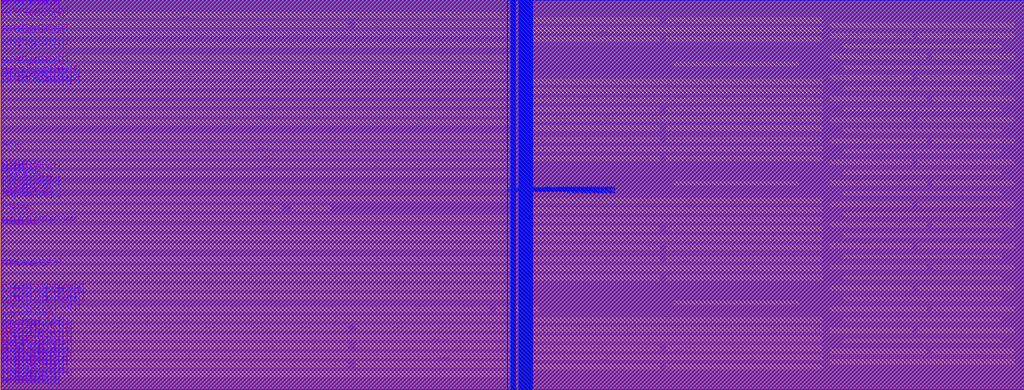
<source format=lef>
# LEF OUT API 
# Creation Date : Thu Feb 24 23:22:12 IST 2022
# 
VERSION 5.8 ;
BUSBITCHARS "[]" ;
DIVIDERCHAR "/" ;
MACRO dwc_lpddr5xphy_txrxdq_ew
  CLASS BLOCK ;
  ORIGIN 0 0 ;
  FOREIGN dwc_lpddr5xphy_txrxdq_ew 0 0 ;
  SYMMETRY X Y ;
  SIZE 97.971 BY 37.38 ;
  PIN csrRxCurrAdj[4]
    DIRECTION INPUT ;
    USE SIGNAL ;
    ANTENNAPARTIALMETALAREA 0.285665 LAYER M6 ;
    ANTENNAMODEL OXIDE1 ;
      ANTENNAGATEAREA 0.00204 LAYER M6 ;
      ANTENNAMAXAREACAR 194.55 LAYER M6 ;
    PORT
      LAYER M6 ;
        RECT 0 2.641 0.038 2.679 ;
    END
  END csrRxCurrAdj[4]
  PIN csrRxCurrAdj[3]
    DIRECTION INPUT ;
    USE SIGNAL ;
    ANTENNAPARTIALMETALAREA 0.288971 LAYER M6 ;
    ANTENNAMODEL OXIDE1 ;
      ANTENNAGATEAREA 0.00204 LAYER M6 ;
      ANTENNAMAXAREACAR 217.735 LAYER M6 ;
    PORT
      LAYER M6 ;
        RECT 0 3.249 0.038 3.287 ;
    END
  END csrRxCurrAdj[3]
  PIN csrRxCurrAdj[2]
    DIRECTION INPUT ;
    USE SIGNAL ;
    ANTENNAPARTIALMETALAREA 0.282226 LAYER M6 ;
    ANTENNAMODEL OXIDE1 ;
      ANTENNAGATEAREA 0.00102 LAYER M6 ;
      ANTENNAMAXAREACAR 439.065 LAYER M6 ;
    PORT
      LAYER M6 ;
        RECT 0 2.033 0.038 2.071 ;
    END
  END csrRxCurrAdj[2]
  PIN csrRxCurrAdj[1]
    DIRECTION INPUT ;
    USE SIGNAL ;
    ANTENNAPARTIALMETALAREA 0.38873975 LAYER M6 ;
    ANTENNAMODEL OXIDE1 ;
      ANTENNAGATEAREA 0.00102 LAYER M6 ;
      ANTENNAMAXAREACAR 450.814 LAYER M6 ;
    PORT
      LAYER M6 ;
        RECT 0 3.553 0.038 3.591 ;
    END
  END csrRxCurrAdj[1]
  PIN csrRxCurrAdj[0]
    DIRECTION INPUT ;
    USE SIGNAL ;
    ANTENNAPARTIALMETALAREA 0.320188 LAYER M6 ;
    ANTENNAMODEL OXIDE1 ;
      ANTENNAGATEAREA 0.00102 LAYER M6 ;
      ANTENNAMAXAREACAR 399.763 LAYER M6 ;
    PORT
      LAYER M6 ;
        RECT 0 3.705 0.038 3.743 ;
    END
  END csrRxCurrAdj[0]
  PIN VSS
    DIRECTION INPUT ;
    USE GROUND ;
    PORT
      LAYER M10 ;
        RECT 50.637 17.831 78.672 18.431 ;
        RECT 50.637 16.031 78.672 16.631 ;
        RECT 50.637 14.231 78.672 14.831 ;
    END
    PORT
      LAYER M10 ;
        RECT 0.3 26.1795 48.919 26.7795 ;
    END
    PORT
      LAYER M10 ;
        RECT 0.3 22.1795 48.919 22.7795 ;
    END
    PORT
      LAYER M10 ;
        RECT 50.637 11.3465 78.672 11.9465 ;
    END
    PORT
      LAYER M10 ;
        RECT 50.637 29.255 78.672 29.855 ;
        RECT 50.637 27.455 78.672 28.055 ;
        RECT 50.637 25.655 78.672 26.255 ;
    END
    PORT
      LAYER M10 ;
        RECT 50.637 22.7705 78.672 23.3705 ;
    END
    PORT
      LAYER M10 ;
        RECT 79.335 25.5895 87.277 26.1475 ;
    END
    PORT
      LAYER M10 ;
        RECT 79.335 29.6215 87.277 30.1795 ;
    END
    PORT
      LAYER M10 ;
        RECT 50.637 34.1945 78.672 34.7945 ;
    END
    PORT
      LAYER M10 ;
        RECT 79.335 33.6535 87.277 34.2115 ;
    END
    PORT
      LAYER M10 ;
        RECT 79.335 27.6055 88.673 28.1635 ;
    END
    PORT
      LAYER M10 ;
        RECT 79.335 31.6375 88.673 32.1955 ;
    END
    PORT
      LAYER M10 ;
        RECT 0.3 2.9765 48.919 3.5765 ;
    END
    PORT
      LAYER M10 ;
        RECT 79.335 11.4775 88.673 12.0355 ;
    END
    PORT
      LAYER M10 ;
        RECT 79.335 7.4455 88.673 8.0035 ;
    END
    PORT
      LAYER M10 ;
        RECT 79.335 3.4135 88.673 3.9715 ;
    END
    PORT
      LAYER M10 ;
        RECT 79.335 9.4615 87.277 10.0195 ;
    END
    PORT
      LAYER M10 ;
        RECT 79.335 5.4295 87.277 5.9875 ;
    END
    PORT
      LAYER M10 ;
        RECT 79.335 15.5095 88.673 16.0675 ;
    END
    PORT
      LAYER M10 ;
        RECT 79.335 23.5735 88.673 24.1315 ;
    END
    PORT
      LAYER M10 ;
        RECT 79.335 19.5415 88.673 20.0995 ;
    END
    PORT
      LAYER M10 ;
        RECT 79.335 21.5575 87.277 22.1155 ;
    END
    PORT
      LAYER M10 ;
        RECT 79.335 17.5255 87.277 18.0835 ;
    END
    PORT
      LAYER M10 ;
        RECT 79.335 13.4935 87.277 14.0515 ;
    END
    PORT
      LAYER M10 ;
        RECT 0.3 6.5365 48.919 7.1365 ;
    END
    PORT
      LAYER M10 ;
        RECT 79.335 2.4055 97.065 2.9635 ;
    END
    PORT
      LAYER M10 ;
        RECT 0.3 29.7795 48.919 30.3795 ;
    END
    PORT
      LAYER M10 ;
        RECT 50.637 6.407 78.672 7.007 ;
        RECT 50.637 4.607 78.672 5.207 ;
        RECT 50.637 2.807 78.672 3.407 ;
    END
    PORT
      LAYER M10 ;
        RECT 0.3 1.1965 48.919 1.7965 ;
    END
    PORT
      LAYER M10 ;
        RECT 0.3 4.7565 48.919 5.3565 ;
    END
    PORT
      LAYER M10 ;
        RECT 0.3 20.3795 48.919 20.9795 ;
    END
    PORT
      LAYER M10 ;
        RECT 0.3 13.4165 48.919 14.0165 ;
    END
    PORT
      LAYER M10 ;
        RECT 0.3 11.3165 48.919 11.9165 ;
    END
    PORT
      LAYER M10 ;
        RECT 0.3 10.4165 48.919 11.0165 ;
    END
    PORT
      LAYER M10 ;
        RECT 0.3 27.9795 48.919 28.5795 ;
    END
    PORT
      LAYER M10 ;
        RECT 0.3 23.9795 48.919 24.5795 ;
    END
    PORT
      LAYER M10 ;
        RECT 0.3 17.099 26.941 17.699 ;
    END
    PORT
      LAYER M10 ;
        RECT 0.3 8.6365 48.919 9.2365 ;
    END
    PORT
      LAYER M10 ;
        RECT 0.3 35.6185 48.919 36.2185 ;
    END
    PORT
      LAYER M10 ;
        RECT 0.3 33.8185 48.919 34.4185 ;
    END
    PORT
      LAYER M10 ;
        RECT 0.3 31.5795 48.919 32.1795 ;
    END
  END VSS
  PIN VIO_PwrOk
    DIRECTION INPUT ;
    USE SIGNAL ;
    ANTENNAPARTIALMETALAREA 2.4546 LAYER M10 ;
    ANTENNAMODEL OXIDE1 ;
      ANTENNAGATEAREA 0.21816 LAYER M10 ;
      ANTENNAMAXAREACAR 40.6162 LAYER M10 ;
    PORT
      LAYER M10 ;
        RECT 47.393 7.4365 51.484 8.0365 ;
    END
  END VIO_PwrOk
  PIN VIO_PAD
    DIRECTION INOUT ;
    USE SIGNAL ;
    ANTENNAPARTIALMETALAREA 2.298 LAYER M10 ;
    ANTENNAMODEL OXIDE1 ;
      ANTENNAMAXAREACAR 6.51602 LAYER M10 ;
    PORT
      LAYER M10 ;
        RECT 64.3825 30.9755 76.436 31.4255 ;
    END
    PORT
      LAYER M10 ;
        RECT 80.577 26.6515 95.823 27.1015 ;
    END
    PORT
      LAYER M10 ;
        RECT 80.577 28.6675 95.823 29.1175 ;
    END
    PORT
      LAYER M10 ;
        RECT 27.823 17.099 31.653 17.699 ;
    END
    PORT
      LAYER M10 ;
        RECT 80.577 10.5235 95.823 10.9735 ;
    END
    PORT
      LAYER M10 ;
        RECT 80.577 6.4915 95.823 6.9415 ;
    END
    PORT
      LAYER M10 ;
        RECT 80.577 4.4755 95.823 4.9255 ;
    END
    PORT
      LAYER M10 ;
        RECT 80.577 8.5075 95.823 8.9575 ;
    END
    PORT
      LAYER M10 ;
        RECT 80.577 20.6035 95.823 21.0535 ;
    END
    PORT
      LAYER M10 ;
        RECT 80.577 14.5555 95.823 15.0055 ;
    END
    PORT
      LAYER M10 ;
        RECT 80.577 12.5395 95.823 12.9895 ;
    END
    PORT
      LAYER M10 ;
        RECT 80.577 16.5715 95.823 17.0215 ;
    END
    PORT
      LAYER M10 ;
        RECT 80.577 22.6195 95.823 23.0695 ;
    END
    PORT
      LAYER M10 ;
        RECT 80.577 24.6355 95.823 25.0855 ;
    END
    PORT
      LAYER M10 ;
        RECT 80.577 18.5875 95.823 19.0375 ;
    END
    PORT
      LAYER M10 ;
        RECT 64.3825 19.5515 76.436 20.0015 ;
    END
    PORT
      LAYER M10 ;
        RECT 80.577 32.6995 95.823 33.1495 ;
    END
    PORT
      LAYER M10 ;
        RECT 80.577 30.6835 95.823 31.1335 ;
    END
    PORT
      LAYER M10 ;
        RECT 64.3825 8.1275 76.436 8.5775 ;
    END
  END VIO_PAD
  PIN VDDQ
    DIRECTION INPUT ;
    USE POWER ;
    PORT
      LAYER M10 ;
        RECT 79.335 34.6615 97.065 35.2195 ;
    END
    PORT
      LAYER M10 ;
        RECT 63.6785 35.0945 78.672 35.6945 ;
        RECT 63.6785 33.2945 78.672 33.8945 ;
        RECT 63.6785 23.6705 78.672 24.2705 ;
        RECT 63.6785 21.8705 78.672 22.4705 ;
        RECT 63.6785 12.2465 78.672 12.8465 ;
        RECT 63.6785 10.4465 78.672 11.0465 ;
    END
    PORT
      LAYER M10 ;
        RECT 50.6375 28.355 78.6725 28.955 ;
        RECT 63.6785 26.555 78.672 27.155 ;
        RECT 63.6785 24.755 78.672 25.355 ;
    END
    PORT
      LAYER M10 ;
        RECT 89.123 31.6375 97.065 32.1955 ;
    END
    PORT
      LAYER M10 ;
        RECT 89.123 27.6055 97.065 28.1635 ;
    END
    PORT
      LAYER M10 ;
        RECT 87.727 25.5895 97.065 26.1475 ;
    END
    PORT
      LAYER M10 ;
        RECT 87.727 33.6535 97.065 34.2115 ;
    END
    PORT
      LAYER M10 ;
        RECT 33.928 34.7185 48.919 35.3185 ;
    END
    PORT
      LAYER M10 ;
        RECT 87.727 9.4615 97.065 10.0195 ;
    END
    PORT
      LAYER M10 ;
        RECT 87.727 5.4295 97.065 5.9875 ;
    END
    PORT
      LAYER M10 ;
        RECT 89.123 11.4775 97.065 12.0355 ;
    END
    PORT
      LAYER M10 ;
        RECT 89.123 7.4455 97.065 8.0035 ;
    END
    PORT
      LAYER M10 ;
        RECT 89.123 3.4135 97.065 3.9715 ;
    END
    PORT
      LAYER M10 ;
        RECT 87.727 17.5255 97.065 18.0835 ;
    END
    PORT
      LAYER M10 ;
        RECT 87.727 13.4935 97.065 14.0515 ;
    END
    PORT
      LAYER M10 ;
        RECT 87.727 21.5575 97.065 22.1155 ;
    END
    PORT
      LAYER M10 ;
        RECT 89.123 19.5415 97.065 20.0995 ;
    END
    PORT
      LAYER M10 ;
        RECT 89.123 23.5735 97.065 24.1315 ;
    END
    PORT
      LAYER M10 ;
        RECT 89.123 15.5095 97.065 16.0675 ;
    END
    PORT
      LAYER M10 ;
        RECT 87.727 29.6215 97.065 30.1795 ;
    END
    PORT
      LAYER M10 ;
        RECT 50.6375 5.507 78.6725 6.107 ;
        RECT 63.6785 3.707 78.672 4.307 ;
        RECT 63.6785 1.907 78.672 2.507 ;
    END
    PORT
      LAYER M10 ;
        RECT 50.6375 16.931 78.6725 17.531 ;
        RECT 63.6785 15.131 78.672 15.731 ;
        RECT 63.6785 13.331 78.672 13.931 ;
    END
    PORT
      LAYER M10 ;
        RECT 33.928 3.8765 48.919 4.4765 ;
    END
    PORT
      LAYER M10 ;
        RECT 33.928 2.1075 48.919 2.7075 ;
    END
    PORT
      LAYER M10 ;
        RECT 33.928 5.6565 48.919 6.2565 ;
    END
  END VDDQ
  PIN VDD
    DIRECTION INPUT ;
    USE POWER ;
    PORT
      LAYER M10 ;
        RECT 50.637 12.2465 63.1455 12.8465 ;
        RECT 50.637 10.4465 63.1455 11.0465 ;
    END
    PORT
      LAYER M10 ;
        RECT 50.637 26.555 63.1455 27.155 ;
        RECT 50.637 24.755 63.1455 25.355 ;
    END
    PORT
      LAYER M10 ;
        RECT 50.637 23.6705 63.1455 24.2705 ;
        RECT 50.637 21.8705 63.1455 22.4705 ;
    END
    PORT
      LAYER M10 ;
        RECT 50.637 35.0945 63.1455 35.6945 ;
        RECT 50.637 33.2945 63.1455 33.8945 ;
    END
    PORT
      LAYER M10 ;
        RECT 50.637 3.707 63.1455 4.307 ;
        RECT 50.637 1.907 63.1455 2.507 ;
    END
    PORT
      LAYER M10 ;
        RECT 50.637 15.131 63.1455 15.731 ;
        RECT 50.637 13.331 63.1455 13.931 ;
    END
    PORT
      LAYER M10 ;
        RECT 0.3 34.7185 33.328 35.3185 ;
    END
    PORT
      LAYER M10 ;
        RECT 0.3 30.6795 48.919 31.2795 ;
    END
    PORT
      LAYER M10 ;
        RECT 0.3 28.8795 48.919 29.4795 ;
    END
    PORT
      LAYER M10 ;
        RECT 0.3 25.2795 48.919 25.8795 ;
    END
    PORT
      LAYER M10 ;
        RECT 0.3 14.3165 48.919 14.9165 ;
    END
    PORT
      LAYER M10 ;
        RECT 0.3 5.6565 33.328 6.2565 ;
    END
    PORT
      LAYER M10 ;
        RECT 0.3 32.7795 48.919 33.3795 ;
    END
    PORT
      LAYER M10 ;
        RECT 0.3 27.0795 48.919 27.6795 ;
    END
    PORT
      LAYER M10 ;
        RECT 0.3 23.0795 48.919 23.6795 ;
    END
    PORT
      LAYER M10 ;
        RECT 0.3 21.2795 48.919 21.8795 ;
    END
    PORT
      LAYER M10 ;
        RECT 0.3 19.1795 48.919 19.7795 ;
    END
    PORT
      LAYER M10 ;
        RECT 0.3 17.999 48.919 18.599 ;
    END
    PORT
      LAYER M10 ;
        RECT 0.3 16.199 48.919 16.799 ;
    END
    PORT
      LAYER M10 ;
        RECT 0.3 15.2165 48.919 15.8165 ;
    END
    PORT
      LAYER M10 ;
        RECT 0.3 12.2165 48.919 12.8165 ;
    END
    PORT
      LAYER M10 ;
        RECT 0.3 9.5365 48.919 10.1365 ;
        RECT 0.3 7.4365 46.793 8.0365 ;
    END
    PORT
      LAYER M10 ;
        RECT 0.3 3.8765 33.328 4.4765 ;
    END
    PORT
      LAYER M10 ;
        RECT 0.3 2.0965 33.328 2.6965 ;
    END
  END VDD
  PIN RxStandBy
    DIRECTION INPUT ;
    USE SIGNAL ;
    ANTENNAPARTIALMETALAREA 0.285931 LAYER M6 ;
    ANTENNAMODEL OXIDE1 ;
      ANTENNAGATEAREA 0.00102 LAYER M6 ;
      ANTENNAMAXAREACAR 386.576 LAYER M6 ;
    PORT
      LAYER M6 ;
        RECT 0 0.969 0.038 1.007 ;
    END
  END RxStandBy
  PIN RxPowerDown
    DIRECTION INPUT ;
    USE SIGNAL ;
    ANTENNAPARTIALMETALAREA 0.28234 LAYER M6 ;
    ANTENNAMODEL OXIDE1 ;
      ANTENNAGATEAREA 0.00102 LAYER M6 ;
      ANTENNAMAXAREACAR 389.245 LAYER M6 ;
    PORT
      LAYER M6 ;
        RECT 0 0.665 0.038 0.703 ;
    END
  END RxPowerDown
  PIN RxFwdClkT
    DIRECTION OUTPUT ;
    USE SIGNAL ;
    ANTENNAPARTIALMETALAREA 0.351823 LAYER M6 ;
    ANTENNADIFFAREA 0.00611975 LAYER M6 ;
    PORT
      LAYER M6 ;
        RECT 0 20.653 0.038 20.691 ;
    END
  END RxFwdClkT
  PIN RxFwdClkC
    DIRECTION OUTPUT ;
    USE SIGNAL ;
    ANTENNAPARTIALMETALAREA 0.352165 LAYER M6 ;
    ANTENNADIFFAREA 0.00611975 LAYER M6 ;
    PORT
      LAYER M6 ;
        RECT 0 15.485 0.038 15.523 ;
    END
  END RxFwdClkC
  PIN RxDataOdd
    DIRECTION OUTPUT ;
    USE SIGNAL ;
    ANTENNAPARTIALMETALAREA 0.347738 LAYER M6 ;
    ANTENNADIFFAREA 0.00611975 LAYER M6 ;
    PORT
      LAYER M6 ;
        RECT 0 15.561 0.038 15.599 ;
    END
  END RxDataOdd
  PIN RxDataEven
    DIRECTION OUTPUT ;
    USE SIGNAL ;
    ANTENNAPARTIALMETALAREA 0.351823 LAYER M6 ;
    ANTENNADIFFAREA 0.00611975 LAYER M6 ;
    PORT
      LAYER M6 ;
        RECT 0 21.261 0.038 21.299 ;
    END
  END RxDataEven
  PIN RxDFEInit
    DIRECTION INPUT ;
    USE SIGNAL ;
    ANTENNAPARTIALMETALAREA 0.296001 LAYER M6 ;
    ANTENNAMODEL OXIDE1 ;
      ANTENNAGATEAREA 0.00102 LAYER M6 ;
      ANTENNAMAXAREACAR 361.236 LAYER M6 ;
    PORT
      LAYER M6 ;
        RECT 0 5.529 0.038 5.567 ;
    END
  END RxDFEInit
  PIN RxClkT
    DIRECTION INPUT ;
    USE SIGNAL ;
    ANTENNAPARTIALMETALAREA 1.46933 LAYER M6 ;
    ANTENNAMODEL OXIDE1 ;
      ANTENNAGATEAREA 0.03444 LAYER M6 ;
      ANTENNAMAXAREACAR 104.649 LAYER M6 ;
    PORT
      LAYER M6 ;
        RECT 0 21.109 0.038 21.147 ;
    END
  END RxClkT
  PIN RxClkC
    DIRECTION INPUT ;
    USE SIGNAL ;
    ANTENNAPARTIALMETALAREA 1.46933 LAYER M6 ;
    ANTENNAMODEL OXIDE1 ;
      ANTENNAGATEAREA 0.03444 LAYER M6 ;
      ANTENNAMAXAREACAR 113.796 LAYER M6 ;
    PORT
      LAYER M6 ;
        RECT 0 15.713 0.038 15.751 ;
    END
  END RxClkC
  PIN RxBypassRcvEn
    DIRECTION INPUT ;
    USE SIGNAL ;
    ANTENNAPARTIALMETALAREA 0.263739 LAYER M6 ;
    ANTENNAMODEL OXIDE1 ;
      ANTENNAGATEAREA 0.00408 LAYER M6 ;
      ANTENNAMAXAREACAR 127.745 LAYER M6 ;
    PORT
      LAYER M6 ;
        RECT 0 18.525 0.038 18.563 ;
    END
  END RxBypassRcvEn
  PIN RxBypassPadEn
    DIRECTION INPUT ;
    USE SIGNAL ;
    ANTENNAPARTIALMETALAREA 0.28667175 LAYER M6 ;
    ANTENNAMODEL OXIDE1 ;
      ANTENNAGATEAREA 0.00102 LAYER M6 ;
      ANTENNAMAXAREACAR 397.137 LAYER M6 ;
    PORT
      LAYER M6 ;
        RECT 0 5.073 0.038 5.111 ;
    END
  END RxBypassPadEn
  PIN RxBypassDataPad
    DIRECTION OUTPUT ;
    USE SIGNAL ;
    ANTENNAPARTIALMETALAREA 0.447602 LAYER M6 ;
    ANTENNADIFFAREA 0.00918 LAYER M6 ;
    PORT
      LAYER M6 ;
        RECT 0 11.837 0.038 11.875 ;
    END
  END RxBypassDataPad
  PIN RxBypassData[1]
    DIRECTION OUTPUT ;
    USE SIGNAL ;
    ANTENNAPARTIALMETALAREA 0.351823 LAYER M6 ;
    ANTENNADIFFAREA 0.00611975 LAYER M6 ;
    PORT
      LAYER M6 ;
        RECT 0 20.957 0.038 20.995 ;
    END
  END RxBypassData[1]
  PIN RxBypassData[0]
    DIRECTION OUTPUT ;
    USE SIGNAL ;
    ANTENNAPARTIALMETALAREA 0.284943 LAYER M6 ;
    ANTENNADIFFAREA 0.00611975 LAYER M6 ;
    PORT
      LAYER M6 ;
        RECT 0 15.789 0.038 15.827 ;
    END
  END RxBypassData[0]
  PIN Pclk
    DIRECTION INPUT ;
    USE SIGNAL ;
    ANTENNAPARTIALMETALAREA 0.282169 LAYER M6 ;
    ANTENNAMODEL OXIDE1 ;
      ANTENNAGATEAREA 0.00204 LAYER M6 ;
      ANTENNAMAXAREACAR 189.961 LAYER M6 ;
    PORT
      LAYER M6 ;
        RECT 0 6.593 0.038 6.631 ;
    END
  END Pclk
  PIN IDDQ_mode
    DIRECTION INPUT ;
    USE SIGNAL ;
    ANTENNAPARTIALMETALAREA 0.25957775 LAYER M6 ;
    ANTENNAMODEL OXIDE1 ;
      ANTENNAGATEAREA 0.06222 LAYER M6 ;
      ANTENNAMAXAREACAR 60.0531 LAYER M6 ;
    PORT
      LAYER M6 ;
        RECT 0 18.829 0.038 18.867 ;
    END
  END IDDQ_mode
  PIN PwrOkVDD
    DIRECTION INPUT ;
    USE SIGNAL ;
    ANTENNAPARTIALMETALAREA 1.44522 LAYER M7 ;
    ANTENNAMODEL OXIDE1 ;
      ANTENNAGATEAREA 0.0132 LAYER M7 ;
      ANTENNAMAXAREACAR 1032.5899998 LAYER M7 ;
    PORT
      LAYER M7 ;
        RECT 48.507 0.05 48.545 37.33 ;
    END
  END PwrOkVDD
  PIN TxClkDcdSampleClk
    DIRECTION INPUT ;
    USE SIGNAL ;
    ANTENNAPARTIALMETALAREA 0.303544 LAYER M6 ;
    ANTENNAMODEL OXIDE1 ;
      ANTENNAGATEAREA 0.00204 LAYER M6 ;
      ANTENNAMAXAREACAR 211.148 LAYER M6 ;
    PORT
      LAYER M6 ;
        RECT 0 30.001 0.038 30.039 ;
    END
  END TxClkDcdSampleClk
  PIN TxClkDcdOut
    DIRECTION OUTPUT ;
    USE SIGNAL ;
    ANTENNAPARTIALMETALAREA 0.309453 LAYER M6 ;
    ANTENNADIFFAREA 0.01836 LAYER M6 ;
    PORT
      LAYER M6 ;
        RECT 0 29.697 0.038 29.735 ;
    END
  END TxClkDcdOut
  PIN csrTxClkDcdOffset[0]
    DIRECTION INPUT ;
    USE SIGNAL ;
    ANTENNAPARTIALMETALAREA 0.311714 LAYER M6 ;
    ANTENNAMODEL OXIDE1 ;
      ANTENNAGATEAREA 0.00204 LAYER M6 ;
      ANTENNAMAXAREACAR 183.575 LAYER M6 ;
    PORT
      LAYER M6 ;
        RECT 0 29.545 0.038 29.583 ;
    END
  END csrTxClkDcdOffset[0]
  PIN csrTxClkDcdOffset[1]
    DIRECTION INPUT ;
    USE SIGNAL ;
    ANTENNAPARTIALMETALAREA 0.267368 LAYER M6 ;
    ANTENNAMODEL OXIDE1 ;
      ANTENNAGATEAREA 0.00204 LAYER M6 ;
      ANTENNAMAXAREACAR 180.327 LAYER M6 ;
    PORT
      LAYER M6 ;
        RECT 0 30.153 0.038 30.191 ;
    END
  END csrTxClkDcdOffset[1]
  PIN csrTxClkDcdOffset[3]
    DIRECTION INPUT ;
    USE SIGNAL ;
    ANTENNAPARTIALMETALAREA 0.277305 LAYER M6 ;
    ANTENNAMODEL OXIDE1 ;
      ANTENNAGATEAREA 0.00204 LAYER M6 ;
      ANTENNAMAXAREACAR 179.135 LAYER M6 ;
    PORT
      LAYER M6 ;
        RECT 0 29.849 0.038 29.887 ;
    END
  END csrTxClkDcdOffset[3]
  PIN csrTxClkDcdOffset[2]
    DIRECTION INPUT ;
    USE SIGNAL ;
    ANTENNAPARTIALMETALAREA 0.27322 LAYER M6 ;
    ANTENNAMODEL OXIDE1 ;
      ANTENNAGATEAREA 0.00204 LAYER M6 ;
      ANTENNAMAXAREACAR 176.373 LAYER M6 ;
    PORT
      LAYER M6 ;
        RECT 0 30.305 0.038 30.343 ;
    END
  END csrTxClkDcdOffset[2]
  PIN csrTxClkDcdMode[0]
    DIRECTION INPUT ;
    USE SIGNAL ;
    ANTENNAPARTIALMETALAREA 0.318383 LAYER M6 ;
    ANTENNAMODEL OXIDE1 ;
      ANTENNAGATEAREA 0.00204 LAYER M6 ;
      ANTENNAMAXAREACAR 192.041 LAYER M6 ;
    PORT
      LAYER M6 ;
        RECT 0 29.089 0.038 29.127 ;
    END
  END csrTxClkDcdMode[0]
  PIN csrTxClkDcdMode[1]
    DIRECTION INPUT ;
    USE SIGNAL ;
    ANTENNAPARTIALMETALAREA 0.30584275 LAYER M6 ;
    ANTENNAMODEL OXIDE1 ;
      ANTENNAGATEAREA 0.00204 LAYER M6 ;
      ANTENNAMAXAREACAR 192.884 LAYER M6 ;
    PORT
      LAYER M6 ;
        RECT 0 29.393 0.038 29.431 ;
    END
  END csrTxClkDcdMode[1]
  PIN csrTxClkDcdOffset[4]
    DIRECTION INPUT ;
    USE SIGNAL ;
    ANTENNAPARTIALMETALAREA 0.304114 LAYER M6 ;
    ANTENNAMODEL OXIDE1 ;
      ANTENNAGATEAREA 0.00204 LAYER M6 ;
      ANTENNAMAXAREACAR 173.115 LAYER M6 ;
    PORT
      LAYER M6 ;
        RECT 0 29.241 0.038 29.279 ;
    END
  END csrTxClkDcdOffset[4]
  PIN csrRxVrefDac[3]
    DIRECTION INPUT ;
    USE SIGNAL ;
    ANTENNAPARTIALMETALAREA 1.49804 LAYER M6 ;
    ANTENNAMODEL OXIDE1 ;
      ANTENNAGATEAREA 0.0054 LAYER M6 ;
      ANTENNAMAXAREACAR 657.527 LAYER M6 ;
    PORT
      LAYER M6 ;
        RECT 0 36.917 0.038 36.955 ;
    END
  END csrRxVrefDac[3]
  PIN csrRxVrefDac[0]
    DIRECTION INPUT ;
    USE SIGNAL ;
    ANTENNAPARTIALMETALAREA 1.49804 LAYER M6 ;
    ANTENNAMODEL OXIDE1 ;
      ANTENNAGATEAREA 0.0054 LAYER M6 ;
      ANTENNAMAXAREACAR 452.109 LAYER M6 ;
    PORT
      LAYER M6 ;
        RECT 0 36.689 0.038 36.727 ;
    END
  END csrRxVrefDac[0]
  PIN csrRxVrefDac[4]
    DIRECTION INPUT ;
    USE SIGNAL ;
    ANTENNAPARTIALMETALAREA 1.49804 LAYER M6 ;
    ANTENNAMODEL OXIDE1 ;
      ANTENNAGATEAREA 0.0054 LAYER M6 ;
      ANTENNAMAXAREACAR 684.374 LAYER M6 ;
    PORT
      LAYER M6 ;
        RECT 0 36.993 0.038 37.031 ;
    END
  END csrRxVrefDac[4]
  PIN csrRxVrefDac[6]
    DIRECTION INPUT ;
    USE SIGNAL ;
    ANTENNAPARTIALMETALAREA 1.49804 LAYER M6 ;
    ANTENNAMODEL OXIDE1 ;
      ANTENNAGATEAREA 0.0054 LAYER M6 ;
      ANTENNAMAXAREACAR 690.916 LAYER M6 ;
    PORT
      LAYER M6 ;
        RECT 0 37.145 0.038 37.183 ;
    END
  END csrRxVrefDac[6]
  PIN csrRxVrefDac[1]
    DIRECTION INPUT ;
    USE SIGNAL ;
    ANTENNAPARTIALMETALAREA 1.49804 LAYER M6 ;
    ANTENNAMODEL OXIDE1 ;
      ANTENNAGATEAREA 0.0054 LAYER M6 ;
      ANTENNAMAXAREACAR 446.827 LAYER M6 ;
    PORT
      LAYER M6 ;
        RECT 0 36.765 0.038 36.803 ;
    END
  END csrRxVrefDac[1]
  PIN csrRxVrefDac[2]
    DIRECTION INPUT ;
    USE SIGNAL ;
    ANTENNAPARTIALMETALAREA 1.49804 LAYER M6 ;
    ANTENNAMODEL OXIDE1 ;
      ANTENNAGATEAREA 0.0054 LAYER M6 ;
      ANTENNAMAXAREACAR 661.555 LAYER M6 ;
    PORT
      LAYER M6 ;
        RECT 0 36.841 0.038 36.879 ;
    END
  END csrRxVrefDac[2]
  PIN csrRxVrefDac[8]
    DIRECTION INPUT ;
    USE SIGNAL ;
    ANTENNAPARTIALMETALAREA 1.49804 LAYER M6 ;
    ANTENNAMODEL OXIDE1 ;
      ANTENNAGATEAREA 0.0054 LAYER M6 ;
      ANTENNAMAXAREACAR 424.218 LAYER M6 ;
    PORT
      LAYER M6 ;
        RECT 0 36.613 0.038 36.651 ;
    END
  END csrRxVrefDac[8]
  PIN csrRxVrefDac[7]
    DIRECTION INPUT ;
    USE SIGNAL ;
    ANTENNAPARTIALMETALAREA 1.49804 LAYER M6 ;
    ANTENNAMODEL OXIDE1 ;
      ANTENNAGATEAREA 0.0054 LAYER M6 ;
      ANTENNAMAXAREACAR 441.886 LAYER M6 ;
    PORT
      LAYER M6 ;
        RECT 0 37.221 0.038 37.259 ;
    END
  END csrRxVrefDac[7]
  PIN csrRxVrefDac[5]
    DIRECTION INPUT ;
    USE SIGNAL ;
    ANTENNAPARTIALMETALAREA 1.49804 LAYER M6 ;
    ANTENNAMODEL OXIDE1 ;
      ANTENNAGATEAREA 0.0054 LAYER M6 ;
      ANTENNAMAXAREACAR 690.087 LAYER M6 ;
    PORT
      LAYER M6 ;
        RECT 0 37.069 0.038 37.107 ;
    END
  END csrRxVrefDac[5]
  PIN csrLsTxCalCodePD[2]
    DIRECTION INPUT ;
    USE SIGNAL ;
    ANTENNAPARTIALMETALAREA 1.41663975 LAYER M7 ;
    ANTENNAMODEL OXIDE1 ;
      ANTENNAGATEAREA 0.0081 LAYER M7 ;
      ANTENNAMAXAREACAR 483.062 LAYER M7 ;
    PORT
      LAYER M7 ;
        RECT 49.723 0.05 49.761 37.33 ;
    END
  END csrLsTxCalCodePD[2]
  PIN csrLsTxCalCodePD[1]
    DIRECTION INPUT ;
    USE SIGNAL ;
    ANTENNAPARTIALMETALAREA 1.41663975 LAYER M7 ;
    ANTENNAMODEL OXIDE1 ;
      ANTENNAGATEAREA 0.0081 LAYER M7 ;
      ANTENNAMAXAREACAR 492.014 LAYER M7 ;
    PORT
      LAYER M7 ;
        RECT 49.647 0.05 49.685 37.33 ;
    END
  END csrLsTxCalCodePD[1]
  PIN csrLsTxCalCodePD[0]
    DIRECTION INPUT ;
    USE SIGNAL ;
    ANTENNAPARTIALMETALAREA 1.41663975 LAYER M7 ;
    ANTENNAMODEL OXIDE1 ;
      ANTENNAGATEAREA 0.0081 LAYER M7 ;
      ANTENNAMAXAREACAR 503.15 LAYER M7 ;
    PORT
      LAYER M7 ;
        RECT 49.571 0.05 49.609 37.33 ;
    END
  END csrLsTxCalCodePD[0]
  PIN csrLsTxSlewLPPU[0]
    DIRECTION INPUT ;
    USE SIGNAL ;
    ANTENNAPARTIALMETALAREA 1.41663975 LAYER M7 ;
    ANTENNAMODEL OXIDE1 ;
      ANTENNAGATEAREA 0.0054 LAYER M7 ;
      ANTENNAMAXAREACAR 324.068 LAYER M7 ;
    PORT
      LAYER M7 ;
        RECT 48.887 0.05 48.925 37.33 ;
    END
  END csrLsTxSlewLPPU[0]
  PIN csrLsTxSlewPD[2]
    DIRECTION INPUT ;
    USE SIGNAL ;
    ANTENNAPARTIALMETALAREA 1.41663975 LAYER M7 ;
    ANTENNAMODEL OXIDE1 ;
      ANTENNAGATEAREA 0.0054 LAYER M7 ;
      ANTENNAMAXAREACAR 313.061 LAYER M7 ;
    PORT
      LAYER M7 ;
        RECT 49.191 0.05 49.229 37.33 ;
    END
  END csrLsTxSlewPD[2]
  PIN BurnIn
    DIRECTION INPUT ;
    USE SIGNAL ;
    ANTENNAPARTIALMETALAREA 0.028823 LAYER M6 ;
    ANTENNAPARTIALMETALAREA 0.026068 LAYER M7 ;
    ANTENNAPARTIALCUTAREA 0.001444 LAYER VIA6 ;
    ANTENNAMODEL OXIDE1 ;
      ANTENNAGATEAREA 0.00102 LAYER M6 ;
      ANTENNAGATEAREA 0.00204 LAYER M7 ;
      ANTENNAGATEAREA 0.00102 LAYER VIA6 ;
      ANTENNAMAXAREACAR 151.921 LAYER M6 ;
      ANTENNAMAXAREACAR 407.648 LAYER M7 ;
      ANTENNAMAXCUTCAR 5.92158 LAYER VIA6 ;
    PORT
      LAYER M6 ;
        RECT 0 3.781 0.038 3.819 ;
    END
  END BurnIn
  PIN csrLsTxCalCodePD[3]
    DIRECTION INPUT ;
    USE SIGNAL ;
    ANTENNAPARTIALMETALAREA 1.41663975 LAYER M7 ;
    ANTENNAMODEL OXIDE1 ;
      ANTENNAGATEAREA 0.0081 LAYER M7 ;
      ANTENNAMAXAREACAR 475.128 LAYER M7 ;
    PORT
      LAYER M7 ;
        RECT 49.799 0.05 49.837 37.33 ;
    END
  END csrLsTxCalCodePD[3]
  PIN csrLsTxCalCodePD[4]
    DIRECTION INPUT ;
    USE SIGNAL ;
    ANTENNAPARTIALMETALAREA 1.41663975 LAYER M7 ;
    ANTENNAMODEL OXIDE1 ;
      ANTENNAGATEAREA 0.0081 LAYER M7 ;
      ANTENNAMAXAREACAR 468.695 LAYER M7 ;
    PORT
      LAYER M7 ;
        RECT 49.875 0.05 49.913 37.33 ;
    END
  END csrLsTxCalCodePD[4]
  PIN csrLsTxCalCodePD[5]
    DIRECTION INPUT ;
    USE SIGNAL ;
    ANTENNAPARTIALMETALAREA 1.41663975 LAYER M7 ;
    ANTENNAMODEL OXIDE1 ;
      ANTENNAGATEAREA 0.0081 LAYER M7 ;
      ANTENNAMAXAREACAR 461.94 LAYER M7 ;
    PORT
      LAYER M7 ;
        RECT 49.951 0.05 49.989 37.33 ;
    END
  END csrLsTxCalCodePD[5]
  PIN csrLsTxCalCodePD[6]
    DIRECTION INPUT ;
    USE SIGNAL ;
    ANTENNAPARTIALMETALAREA 1.41663975 LAYER M7 ;
    ANTENNAMODEL OXIDE1 ;
      ANTENNAGATEAREA 0.0081 LAYER M7 ;
      ANTENNAMAXAREACAR 429.749 LAYER M7 ;
    PORT
      LAYER M7 ;
        RECT 50.027 0.05 50.065 37.33 ;
    END
  END csrLsTxCalCodePD[6]
  PIN csrLsTxCalCodePD[7]
    DIRECTION INPUT ;
    USE SIGNAL ;
    ANTENNAPARTIALMETALAREA 1.41663975 LAYER M7 ;
    ANTENNAMODEL OXIDE1 ;
      ANTENNAGATEAREA 0.0081 LAYER M7 ;
      ANTENNAMAXAREACAR 450.303 LAYER M7 ;
    PORT
      LAYER M7 ;
        RECT 50.103 0.05 50.141 37.33 ;
    END
  END csrLsTxCalCodePD[7]
  PIN csrLsTxCalCodePD[8]
    DIRECTION INPUT ;
    USE SIGNAL ;
    ANTENNAPARTIALMETALAREA 1.41663975 LAYER M7 ;
    ANTENNAMODEL OXIDE1 ;
      ANTENNAGATEAREA 0.0081 LAYER M7 ;
      ANTENNAMAXAREACAR 437.299 LAYER M7 ;
    PORT
      LAYER M7 ;
        RECT 50.179 0.05 50.217 37.33 ;
    END
  END csrLsTxCalCodePD[8]
  PIN csrLsTxCalCodeLPPU[0]
    DIRECTION INPUT ;
    USE SIGNAL ;
    ANTENNAPARTIALMETALAREA 1.41663975 LAYER M7 ;
    ANTENNAMODEL OXIDE1 ;
      ANTENNAGATEAREA 0.0081 LAYER M7 ;
      ANTENNAMAXAREACAR 485.647 LAYER M7 ;
    PORT
      LAYER M7 ;
        RECT 50.255 0.05 50.293 37.33 ;
    END
  END csrLsTxCalCodeLPPU[0]
  PIN csrLsTxCalCodeLPPU[2]
    DIRECTION INPUT ;
    USE SIGNAL ;
    ANTENNAPARTIALMETALAREA 1.41663975 LAYER M7 ;
    ANTENNAMODEL OXIDE1 ;
      ANTENNAGATEAREA 0.0081 LAYER M7 ;
      ANTENNAMAXAREACAR 468.125 LAYER M7 ;
    PORT
      LAYER M7 ;
        RECT 50.407 0.05 50.445 37.33 ;
    END
  END csrLsTxCalCodeLPPU[2]
  PIN csrLsTxCalCodeLPPU[1]
    DIRECTION INPUT ;
    USE SIGNAL ;
    ANTENNAPARTIALMETALAREA 1.41663975 LAYER M7 ;
    ANTENNAMODEL OXIDE1 ;
      ANTENNAGATEAREA 0.0081 LAYER M7 ;
      ANTENNAMAXAREACAR 465.284 LAYER M7 ;
    PORT
      LAYER M7 ;
        RECT 50.331 0.05 50.369 37.33 ;
    END
  END csrLsTxCalCodeLPPU[1]
  PIN csrLsTxCalCodeLPPU[3]
    DIRECTION INPUT ;
    USE SIGNAL ;
    ANTENNAPARTIALMETALAREA 1.41663975 LAYER M7 ;
    ANTENNAMODEL OXIDE1 ;
      ANTENNAGATEAREA 0.0081 LAYER M7 ;
      ANTENNAMAXAREACAR 456.238 LAYER M7 ;
    PORT
      LAYER M7 ;
        RECT 50.483 0.05 50.521 37.33 ;
    END
  END csrLsTxCalCodeLPPU[3]
  PIN csrLsTxCalCodeLPPU[4]
    DIRECTION INPUT ;
    USE SIGNAL ;
    ANTENNAPARTIALMETALAREA 1.41663975 LAYER M7 ;
    ANTENNAMODEL OXIDE1 ;
      ANTENNAGATEAREA 0.0081 LAYER M7 ;
      ANTENNAMAXAREACAR 431.632 LAYER M7 ;
    PORT
      LAYER M7 ;
        RECT 50.559 0.05 50.597 37.33 ;
    END
  END csrLsTxCalCodeLPPU[4]
  PIN csrLsTxCalCodeLPPU[5]
    DIRECTION INPUT ;
    USE SIGNAL ;
    ANTENNAPARTIALMETALAREA 1.41663975 LAYER M7 ;
    ANTENNAMODEL OXIDE1 ;
      ANTENNAGATEAREA 0.0081 LAYER M7 ;
      ANTENNAMAXAREACAR 430.815 LAYER M7 ;
    PORT
      LAYER M7 ;
        RECT 50.635 0.05 50.673 37.33 ;
    END
  END csrLsTxCalCodeLPPU[5]
  PIN csrLsTxCalCodeLPPU[6]
    DIRECTION INPUT ;
    USE SIGNAL ;
    ANTENNAPARTIALMETALAREA 1.41663975 LAYER M7 ;
    ANTENNAMODEL OXIDE1 ;
      ANTENNAGATEAREA 0.0081 LAYER M7 ;
      ANTENNAMAXAREACAR 401.525 LAYER M7 ;
    PORT
      LAYER M7 ;
        RECT 50.711 0.05 50.749 37.33 ;
    END
  END csrLsTxCalCodeLPPU[6]
  PIN csrLsTxCalCodeLPPU[7]
    DIRECTION INPUT ;
    USE SIGNAL ;
    ANTENNAPARTIALMETALAREA 1.41663975 LAYER M7 ;
    ANTENNAMODEL OXIDE1 ;
      ANTENNAGATEAREA 0.0081 LAYER M7 ;
      ANTENNAMAXAREACAR 388.23 LAYER M7 ;
    PORT
      LAYER M7 ;
        RECT 50.787 0.05 50.825 37.33 ;
    END
  END csrLsTxCalCodeLPPU[7]
  PIN csrLsTxCalCodeLPPU[8]
    DIRECTION INPUT ;
    USE SIGNAL ;
    ANTENNAPARTIALMETALAREA 1.41663975 LAYER M7 ;
    ANTENNAMODEL OXIDE1 ;
      ANTENNAGATEAREA 0.0081 LAYER M7 ;
      ANTENNAMAXAREACAR 375.148 LAYER M7 ;
    PORT
      LAYER M7 ;
        RECT 50.863 0.05 50.901 37.33 ;
    END
  END csrLsTxCalCodeLPPU[8]
  PIN csrLsTxSlewPD[1]
    DIRECTION INPUT ;
    USE SIGNAL ;
    ANTENNAPARTIALMETALAREA 1.41663975 LAYER M7 ;
    ANTENNAMODEL OXIDE1 ;
      ANTENNAGATEAREA 0.0054 LAYER M7 ;
      ANTENNAMAXAREACAR 310.9 LAYER M7 ;
    PORT
      LAYER M7 ;
        RECT 49.115 0.05 49.153 37.33 ;
    END
  END csrLsTxSlewPD[1]
  PIN csrLsTxSlewLPPU[2]
    DIRECTION INPUT ;
    USE SIGNAL ;
    ANTENNAPARTIALMETALAREA 1.41663975 LAYER M7 ;
    ANTENNAMODEL OXIDE1 ;
      ANTENNAGATEAREA 0.0081 LAYER M7 ;
      ANTENNAMAXAREACAR 359.473 LAYER M7 ;
    PORT
      LAYER M7 ;
        RECT 48.811 0.05 48.849 37.33 ;
    END
  END csrLsTxSlewLPPU[2]
  PIN csrLsTxSlewLPPU[1]
    DIRECTION INPUT ;
    USE SIGNAL ;
    ANTENNAPARTIALMETALAREA 1.41663975 LAYER M7 ;
    ANTENNAMODEL OXIDE1 ;
      ANTENNAGATEAREA 0.0054 LAYER M7 ;
      ANTENNAMAXAREACAR 317.177 LAYER M7 ;
    PORT
      LAYER M7 ;
        RECT 48.963 0.05 49.001 37.33 ;
    END
  END csrLsTxSlewLPPU[1]
  PIN csrLsTxSlewPD[0]
    DIRECTION INPUT ;
    USE SIGNAL ;
    ANTENNAPARTIALMETALAREA 1.41663975 LAYER M7 ;
    ANTENNAMODEL OXIDE1 ;
      ANTENNAGATEAREA 0.0054 LAYER M7 ;
      ANTENNAMAXAREACAR 314.937 LAYER M7 ;
    PORT
      LAYER M7 ;
        RECT 49.039 0.05 49.077 37.33 ;
    END
  END csrLsTxSlewPD[0]
  PIN csrLsTxSlewPD[3]
    DIRECTION INPUT ;
    USE SIGNAL ;
    ANTENNAPARTIALMETALAREA 1.41663975 LAYER M7 ;
    ANTENNAMODEL OXIDE1 ;
      ANTENNAGATEAREA 0.0054 LAYER M7 ;
      ANTENNAMAXAREACAR 334.647 LAYER M7 ;
    PORT
      LAYER M7 ;
        RECT 49.267 0.05 49.305 37.33 ;
    END
  END csrLsTxSlewPD[3]
  PIN scan_mode
    DIRECTION INPUT ;
    USE SIGNAL ;
    ANTENNAPARTIALMETALAREA 0.283271 LAYER M6 ;
    ANTENNAMODEL OXIDE1 ;
      ANTENNAGATEAREA 0.05201975 LAYER M6 ;
      ANTENNAMAXAREACAR 488.558 LAYER M6 ;
    PORT
      LAYER M6 ;
        RECT 0 11.685 0.038 11.723 ;
    END
  END scan_mode
  PIN csrTxSeg120PU[2]
    DIRECTION INPUT ;
    USE SIGNAL ;
    ANTENNAPARTIALMETALAREA 0.023636 LAYER M6 ;
    ANTENNAMODEL OXIDE1 ;
      ANTENNAGATEAREA 0.00204 LAYER M6 ;
      ANTENNAMAXAREACAR 91.5509 LAYER M6 ;
    PORT
      LAYER M6 ;
        RECT 0 4.389 0.038 4.427 ;
    END
  END csrTxSeg120PU[2]
  PIN csrTxSeg120PU[1]
    DIRECTION INPUT ;
    USE SIGNAL ;
    ANTENNAPARTIALMETALAREA 0.023636 LAYER M6 ;
    ANTENNAMODEL OXIDE1 ;
      ANTENNAGATEAREA 0.00204 LAYER M6 ;
      ANTENNAMAXAREACAR 85.5019 LAYER M6 ;
    PORT
      LAYER M6 ;
        RECT 0 30.989 0.038 31.027 ;
    END
  END csrTxSeg120PU[1]
  PIN csrTxSeg120PU[0]
    DIRECTION INPUT ;
    USE SIGNAL ;
    ANTENNAPARTIALMETALAREA 0.024662 LAYER M6 ;
    ANTENNAMODEL OXIDE1 ;
      ANTENNAGATEAREA 0.00204 LAYER M6 ;
      ANTENNAMAXAREACAR 87.8774 LAYER M6 ;
    PORT
      LAYER M6 ;
        RECT 0 33.877 0.038 33.915 ;
    END
  END csrTxSeg120PU[0]
  PIN csrTxSeg120PD[2]
    DIRECTION INPUT ;
    USE SIGNAL ;
    ANTENNAPARTIALMETALAREA 0.024529 LAYER M6 ;
    ANTENNAMODEL OXIDE1 ;
      ANTENNAGATEAREA 0.00204 LAYER M6 ;
      ANTENNAMAXAREACAR 87.1897 LAYER M6 ;
    PORT
      LAYER M6 ;
        RECT 0 6.213 0.038 6.251 ;
    END
  END csrTxSeg120PD[2]
  PIN csrTxSeg120PD[1]
    DIRECTION INPUT ;
    USE SIGNAL ;
    ANTENNAPARTIALMETALAREA 0.022933 LAYER M6 ;
    ANTENNAMODEL OXIDE1 ;
      ANTENNAGATEAREA 0.00204 LAYER M6 ;
      ANTENNAMAXAREACAR 87.8632 LAYER M6 ;
    PORT
      LAYER M6 ;
        RECT 0 32.585 0.038 32.623 ;
    END
  END csrTxSeg120PD[1]
  PIN csrTxSeg120PD[0]
    DIRECTION INPUT ;
    USE SIGNAL ;
    ANTENNAPARTIALMETALAREA 0.024662 LAYER M6 ;
    ANTENNAMODEL OXIDE1 ;
      ANTENNAGATEAREA 0.00204 LAYER M6 ;
      ANTENNAMAXAREACAR 92.5245 LAYER M6 ;
    PORT
      LAYER M6 ;
        RECT 0 35.473 0.038 35.511 ;
    END
  END csrTxSeg120PD[0]
  PIN csrTxDcaMode
    DIRECTION INPUT ;
    USE SIGNAL ;
    ANTENNAPARTIALMETALAREA 0.159353 LAYER M6 ;
    ANTENNAMODEL OXIDE1 ;
      ANTENNAGATEAREA 0.00408 LAYER M6 ;
      ANTENNAMAXAREACAR 209.134 LAYER M6 ;
    PORT
      LAYER M6 ;
        RECT 0 11.533 0.038 11.571 ;
    END
  END csrTxDcaMode
  PIN csrTxDcaFinePU[3]
    DIRECTION INPUT ;
    USE SIGNAL ;
    ANTENNAPARTIALMETALAREA 0.028823 LAYER M6 ;
    ANTENNAMODEL OXIDE1 ;
      ANTENNAGATEAREA 0.00408 LAYER M6 ;
      ANTENNAMAXAREACAR 85.19929975 LAYER M6 ;
    PORT
      LAYER M6 ;
        RECT 0 3.021 0.033 3.059 ;
    END
  END csrTxDcaFinePU[3]
  PIN csrTxDcaFinePU[2]
    DIRECTION INPUT ;
    USE SIGNAL ;
    ANTENNAPARTIALMETALAREA 0.022268 LAYER M6 ;
    ANTENNAMODEL OXIDE1 ;
      ANTENNAGATEAREA 0.00204 LAYER M6 ;
      ANTENNAMAXAREACAR 137.038 LAYER M6 ;
    PORT
      LAYER M6 ;
        RECT 0 2.717 0.033 2.755 ;
    END
  END csrTxDcaFinePU[2]
  PIN csrTxDcaFinePU[1]
    DIRECTION INPUT ;
    USE SIGNAL ;
    ANTENNAPARTIALMETALAREA 0.022268 LAYER M6 ;
    ANTENNAMODEL OXIDE1 ;
      ANTENNAGATEAREA 0.00204 LAYER M6 ;
      ANTENNAMAXAREACAR 113.297 LAYER M6 ;
    PORT
      LAYER M6 ;
        RECT 0 2.413 0.033 2.451 ;
    END
  END csrTxDcaFinePU[1]
  PIN csrTxDcaFinePU[0]
    DIRECTION INPUT ;
    USE SIGNAL ;
    ANTENNAPARTIALMETALAREA 0.028823 LAYER M6 ;
    ANTENNAMODEL OXIDE1 ;
      ANTENNAGATEAREA 0.00408 LAYER M6 ;
      ANTENNAMAXAREACAR 85.9592 LAYER M6 ;
    PORT
      LAYER M6 ;
        RECT 0 2.261 0.033 2.299 ;
    END
  END csrTxDcaFinePU[0]
  PIN csrTxDcaFinePD[3]
    DIRECTION INPUT ;
    USE SIGNAL ;
    ANTENNAPARTIALMETALAREA 0.022268 LAYER M6 ;
    ANTENNAMODEL OXIDE1 ;
      ANTENNAGATEAREA 0.00408 LAYER M6 ;
      ANTENNAMAXAREACAR 82.3451 LAYER M6 ;
    PORT
      LAYER M6 ;
        RECT 0 1.197 0.034 1.235 ;
    END
  END csrTxDcaFinePD[3]
  PIN csrTxDcaFinePD[2]
    DIRECTION INPUT ;
    USE SIGNAL ;
    ANTENNAPARTIALMETALAREA 0.022268 LAYER M6 ;
    ANTENNAMODEL OXIDE1 ;
      ANTENNAGATEAREA 0.00204 LAYER M6 ;
      ANTENNAMAXAREACAR 179.17 LAYER M6 ;
    PORT
      LAYER M6 ;
        RECT 0 1.501 0.034 1.539 ;
    END
  END csrTxDcaFinePD[2]
  PIN csrTxDcaFinePD[1]
    DIRECTION INPUT ;
    USE SIGNAL ;
    ANTENNAPARTIALMETALAREA 0.028823 LAYER M6 ;
    ANTENNAMODEL OXIDE1 ;
      ANTENNAGATEAREA 0.00204 LAYER M6 ;
      ANTENNAMAXAREACAR 126.295 LAYER M6 ;
    PORT
      LAYER M6 ;
        RECT 0 1.653 0.034 1.691 ;
    END
  END csrTxDcaFinePD[1]
  PIN csrTxDcaFinePD[0]
    DIRECTION INPUT ;
    USE SIGNAL ;
    ANTENNAPARTIALMETALAREA 0.022268 LAYER M6 ;
    ANTENNAMODEL OXIDE1 ;
      ANTENNAGATEAREA 0.00408 LAYER M6 ;
      ANTENNAMAXAREACAR 75.8058 LAYER M6 ;
    PORT
      LAYER M6 ;
        RECT 0 1.957 0.034 1.995 ;
    END
  END csrTxDcaFinePD[0]
  PIN csrTxDcaCoarse[1]
    DIRECTION INPUT ;
    USE SIGNAL ;
    ANTENNAPARTIALMETALAREA 0.022268 LAYER M6 ;
    ANTENNAMODEL OXIDE1 ;
      ANTENNAGATEAREA 0.00204 LAYER M6 ;
      ANTENNAMAXAREACAR 116.091 LAYER M6 ;
    PORT
      LAYER M6 ;
        RECT 0 3.173 0.033 3.211 ;
    END
  END csrTxDcaCoarse[1]
  PIN csrTxDcaCoarse[0]
    DIRECTION INPUT ;
    USE SIGNAL ;
    ANTENNAPARTIALMETALAREA 0.022268 LAYER M6 ;
    ANTENNAMODEL OXIDE1 ;
      ANTENNAGATEAREA 0.00204 LAYER M6 ;
      ANTENNAMAXAREACAR 125.773 LAYER M6 ;
    PORT
      LAYER M6 ;
        RECT 0 3.477 0.033 3.515 ;
    END
  END csrTxDcaCoarse[0]
  PIN csrOdtSeg120PU[2]
    DIRECTION INPUT ;
    USE SIGNAL ;
    ANTENNAPARTIALMETALAREA 0.022268 LAYER M6 ;
    ANTENNAMODEL OXIDE1 ;
      ANTENNAGATEAREA 0.00204 LAYER M6 ;
      ANTENNAMAXAREACAR 96.6108 LAYER M6 ;
    PORT
      LAYER M6 ;
        RECT 0 3.933 0.038 3.971 ;
    END
  END csrOdtSeg120PU[2]
  PIN csrOdtSeg120PU[1]
    DIRECTION INPUT ;
    USE SIGNAL ;
    ANTENNAPARTIALMETALAREA 0.022933 LAYER M6 ;
    ANTENNAMODEL OXIDE1 ;
      ANTENNAGATEAREA 0.00204 LAYER M6 ;
      ANTENNAMAXAREACAR 98.2799 LAYER M6 ;
    PORT
      LAYER M6 ;
        RECT 0 31.217 0.038 31.255 ;
    END
  END csrOdtSeg120PU[1]
  PIN csrOdtSeg120PU[0]
    DIRECTION INPUT ;
    USE SIGNAL ;
    ANTENNAPARTIALMETALAREA 0.024662 LAYER M6 ;
    ANTENNAMODEL OXIDE1 ;
      ANTENNAGATEAREA 0.00204 LAYER M6 ;
      ANTENNAMAXAREACAR 101.721 LAYER M6 ;
    PORT
      LAYER M6 ;
        RECT 0 34.257 0.038 34.295 ;
    END
  END csrOdtSeg120PU[0]
  PIN csrOdtSeg120PD[2]
    DIRECTION INPUT ;
    USE SIGNAL ;
    ANTENNAPARTIALMETALAREA 0.022268 LAYER M6 ;
    ANTENNAMODEL OXIDE1 ;
      ANTENNAGATEAREA 0.00204 LAYER M6 ;
      ANTENNAMAXAREACAR 87.1059 LAYER M6 ;
    PORT
      LAYER M6 ;
        RECT 0 6.061 0.038 6.099 ;
    END
  END csrOdtSeg120PD[2]
  PIN csrOdtSeg120PD[1]
    DIRECTION INPUT ;
    USE SIGNAL ;
    ANTENNAPARTIALMETALAREA 0.023636 LAYER M6 ;
    ANTENNAMODEL OXIDE1 ;
      ANTENNAGATEAREA 0.00204 LAYER M6 ;
      ANTENNAMAXAREACAR 97.7667 LAYER M6 ;
    PORT
      LAYER M6 ;
        RECT 0 32.889 0.038 32.927 ;
    END
  END csrOdtSeg120PD[1]
  PIN csrOdtSeg120PD[0]
    DIRECTION INPUT ;
    USE SIGNAL ;
    ANTENNAPARTIALMETALAREA 0.024662 LAYER M6 ;
    ANTENNAMODEL OXIDE1 ;
      ANTENNAGATEAREA 0.00204 LAYER M6 ;
      ANTENNAMAXAREACAR 100.681 LAYER M6 ;
    PORT
      LAYER M6 ;
        RECT 0 35.853 0.038 35.891 ;
    END
  END csrOdtSeg120PD[0]
  PIN csrCoreLoopBackMode
    DIRECTION INPUT ;
    USE SIGNAL ;
    ANTENNAPARTIALMETALAREA 0.022933 LAYER M6 ;
    ANTENNAMODEL OXIDE1 ;
      ANTENNAGATEAREA 0.0051 LAYER M6 ;
      ANTENNAMAXAREACAR 127.561 LAYER M6 ;
    PORT
      LAYER M6 ;
        RECT 0 15.941 0.038 15.979 ;
    END
  END csrCoreLoopBackMode
  PIN csrRxOffsetSelOdd[2]
    DIRECTION INPUT ;
    USE SIGNAL ;
    ANTENNAPARTIALMETALAREA 0.282568 LAYER M6 ;
    ANTENNAMODEL OXIDE1 ;
      ANTENNAGATEAREA 0.00305975 LAYER M6 ;
      ANTENNAMAXAREACAR 123.986 LAYER M6 ;
    PORT
      LAYER M6 ;
        RECT 0 8.113 0.038 8.151 ;
    END
  END csrRxOffsetSelOdd[2]
  PIN csrRxOffsetSelOdd[3]
    DIRECTION INPUT ;
    USE SIGNAL ;
    ANTENNAPARTIALMETALAREA 0.28425875 LAYER M6 ;
    ANTENNAMODEL OXIDE1 ;
      ANTENNAGATEAREA 0.00305975 LAYER M6 ;
      ANTENNAMAXAREACAR 131.656 LAYER M6 ;
    PORT
      LAYER M6 ;
        RECT 0 8.569 0.038 8.607 ;
    END
  END csrRxOffsetSelOdd[3]
  PIN TxOEOdd
    DIRECTION INPUT ;
    USE SIGNAL ;
    ANTENNAPARTIALMETALAREA 0.026619 LAYER M6 ;
    ANTENNAMODEL OXIDE1 ;
      ANTENNAGATEAREA 0.00867 LAYER M6 ;
      ANTENNAMAXAREACAR 34.4283 LAYER M6 ;
    PORT
      LAYER M6 ;
        RECT 0 17.081 0.038 17.119 ;
    END
  END TxOEOdd
  PIN TxOEEven
    DIRECTION INPUT ;
    USE SIGNAL ;
    ANTENNAPARTIALMETALAREA 0.034789 LAYER M6 ;
    ANTENNAMODEL OXIDE1 ;
      ANTENNAGATEAREA 0.00867 LAYER M6 ;
      ANTENNAMAXAREACAR 34.0927 LAYER M6 ;
    PORT
      LAYER M6 ;
        RECT 0 16.777 0.038 16.815 ;
    END
  END TxOEEven
  PIN TxFwdClk
    DIRECTION OUTPUT ;
    USE SIGNAL ;
    ANTENNAPARTIALMETALAREA 0.029564 LAYER M6 ;
    ANTENNADIFFAREA 0.00305975 LAYER M6 ;
    PORT
      LAYER M6 ;
        RECT 0 18.905 0.038 18.943 ;
    END
  END TxFwdClk
  PIN TxDataOdd
    DIRECTION INPUT ;
    USE SIGNAL ;
    ANTENNAPARTIALMETALAREA 0.026182 LAYER M6 ;
    ANTENNAMODEL OXIDE1 ;
      ANTENNAGATEAREA 0.00204 LAYER M6 ;
      ANTENNAMAXAREACAR 82.7265 LAYER M6 ;
    PORT
      LAYER M6 ;
        RECT 0 20.729 0.038 20.767 ;
    END
  END TxDataOdd
  PIN TxDataEven
    DIRECTION INPUT ;
    USE SIGNAL ;
    ANTENNAPARTIALMETALAREA 0.034808 LAYER M6 ;
    ANTENNAMODEL OXIDE1 ;
      ANTENNAGATEAREA 0.00204 LAYER M6 ;
      ANTENNAMAXAREACAR 65.25889975 LAYER M6 ;
    PORT
      LAYER M6 ;
        RECT 0 20.273 0.038 20.311 ;
    END
  END TxDataEven
  PIN csrRxOffsetSelOdd[4]
    DIRECTION INPUT ;
    USE SIGNAL ;
    ANTENNAPARTIALMETALAREA 0.282853 LAYER M6 ;
    ANTENNAMODEL OXIDE1 ;
      ANTENNAGATEAREA 0.00305975 LAYER M6 ;
      ANTENNAMAXAREACAR 133.249 LAYER M6 ;
    PORT
      LAYER M6 ;
        RECT 0 8.265 0.038 8.303 ;
    END
  END csrRxOffsetSelOdd[4]
  PIN scan_shift
    DIRECTION INPUT ;
    USE SIGNAL ;
    ANTENNAPARTIALMETALAREA 0.286729 LAYER M6 ;
    ANTENNAMODEL OXIDE1 ;
      ANTENNAGATEAREA 0.0204 LAYER M6 ;
      ANTENNAMAXAREACAR 25.2499 LAYER M6 ;
    PORT
      LAYER M6 ;
        RECT 0 3.857 0.038 3.895 ;
    END
  END scan_shift
  PIN TxClk
    DIRECTION INPUT ;
    USE SIGNAL ;
    ANTENNAPARTIALMETALAREA 0.078014 LAYER M6 ;
    ANTENNAMODEL OXIDE1 ;
      ANTENNAGATEAREA 0.01533 LAYER M6 ;
      ANTENNAMAXAREACAR 12.7818 LAYER M6 ;
    PORT
      LAYER M6 ;
        RECT 0 22.933 0.038 22.971 ;
    END
  END TxClk
  PIN TxBypassOEInt
    DIRECTION INPUT ;
    USE SIGNAL ;
    ANTENNAPARTIALMETALAREA 0.027949 LAYER M6 ;
    ANTENNAMODEL OXIDE1 ;
      ANTENNAGATEAREA 0.00102 LAYER M6 ;
      ANTENNAMAXAREACAR 364.115 LAYER M6 ;
    PORT
      LAYER M6 ;
        RECT 0 18.297 0.038 18.335 ;
    END
  END TxBypassOEInt
  PIN TxBypassOEExt
    DIRECTION INPUT ;
    USE SIGNAL ;
    ANTENNAPARTIALMETALAREA 0.022781 LAYER M6 ;
    ANTENNAMODEL OXIDE1 ;
      ANTENNAGATEAREA 0.00102 LAYER M6 ;
      ANTENNAMAXAREACAR 377.175 LAYER M6 ;
    PORT
      LAYER M6 ;
        RECT 0 19.969 0.038 20.007 ;
    END
  END TxBypassOEExt
  PIN TxBypassModeInt
    DIRECTION INPUT ;
    USE SIGNAL ;
    ANTENNAPARTIALMETALAREA 0.026619 LAYER M6 ;
    ANTENNAMODEL OXIDE1 ;
      ANTENNAGATEAREA 0.00102 LAYER M6 ;
      ANTENNAMAXAREACAR 195.885 LAYER M6 ;
    PORT
      LAYER M6 ;
        RECT 0 18.069 0.038 18.107 ;
    END
  END TxBypassModeInt
  PIN TxBypassModeExt
    DIRECTION INPUT ;
    USE SIGNAL ;
    ANTENNAPARTIALMETALAREA 0.034998 LAYER M6 ;
    ANTENNAMODEL OXIDE1 ;
      ANTENNAGATEAREA 0.00204 LAYER M6 ;
      ANTENNAMAXAREACAR 134.881 LAYER M6 ;
    PORT
      LAYER M6 ;
        RECT 0 18.981 0.038 19.019 ;
    END
  END TxBypassModeExt
  PIN TxBypassDataInt
    DIRECTION INPUT ;
    USE SIGNAL ;
    ANTENNAPARTIALMETALAREA 0.025156 LAYER M6 ;
    ANTENNAMODEL OXIDE1 ;
      ANTENNAGATEAREA 0.00102 LAYER M6 ;
      ANTENNAMAXAREACAR 324.389 LAYER M6 ;
    PORT
      LAYER M6 ;
        RECT 0 19.741 0.038 19.779 ;
    END
  END TxBypassDataInt
  PIN TxBypassDataExt
    DIRECTION INPUT ;
    USE SIGNAL ;
    ANTENNAPARTIALMETALAREA 0.024282 LAYER M6 ;
    ANTENNAMODEL OXIDE1 ;
      ANTENNAGATEAREA 0.00102 LAYER M6 ;
      ANTENNAMAXAREACAR 327.172 LAYER M6 ;
    PORT
      LAYER M6 ;
        RECT 0 19.361 0.038 19.399 ;
    END
  END TxBypassDataExt
  PIN scan_shift_cg
    DIRECTION INPUT ;
    USE SIGNAL ;
    ANTENNAPARTIALMETALAREA 0.289598 LAYER M6 ;
    ANTENNAMODEL OXIDE1 ;
      ANTENNAGATEAREA 0.00102 LAYER M6 ;
      ANTENNAMAXAREACAR 364.145 LAYER M6 ;
    PORT
      LAYER M6 ;
        RECT 0 5.985 0.038 6.023 ;
    END
  END scan_shift_cg
  PIN scan_si
    DIRECTION INPUT ;
    USE SIGNAL ;
    ANTENNAPARTIALMETALAREA 0.286729 LAYER M6 ;
    ANTENNAMODEL OXIDE1 ;
      ANTENNAGATEAREA 0.00102 LAYER M6 ;
      ANTENNAMAXAREACAR 441.872 LAYER M6 ;
    PORT
      LAYER M6 ;
        RECT 0 4.161 0.038 4.199 ;
    END
  END scan_si
  PIN OdtEn
    DIRECTION INPUT ;
    USE SIGNAL ;
    ANTENNAPARTIALMETALAREA 0.022952 LAYER M6 ;
    ANTENNAMODEL OXIDE1 ;
      ANTENNAGATEAREA 0.00305975 LAYER M6 ;
      ANTENNAMAXAREACAR 105.397 LAYER M6 ;
    PORT
      LAYER M6 ;
        RECT 0 18.449 0.038 18.487 ;
    END
  END OdtEn
  PIN scan_so
    DIRECTION OUTPUT ;
    USE SIGNAL ;
    ANTENNAPARTIALMETALAREA 0.38402775 LAYER M6 ;
    ANTENNADIFFAREA 0.00305975 LAYER M6 ;
    PORT
      LAYER M6 ;
        RECT 0 7.657 0.038 7.695 ;
    END
  END scan_so
  PIN csrRxOffsetSelOdd[1]
    DIRECTION INPUT ;
    USE SIGNAL ;
    ANTENNAPARTIALMETALAREA 0.295526 LAYER M6 ;
    ANTENNAMODEL OXIDE1 ;
      ANTENNAGATEAREA 0.00305975 LAYER M6 ;
      ANTENNAMAXAREACAR 133.766 LAYER M6 ;
    PORT
      LAYER M6 ;
        RECT 0 7.353 0.038 7.391 ;
    END
  END csrRxOffsetSelOdd[1]
  PIN csrRxOffsetSelOdd[0]
    DIRECTION INPUT ;
    USE SIGNAL ;
    ANTENNAPARTIALMETALAREA 0.282302 LAYER M6 ;
    ANTENNAMODEL OXIDE1 ;
      ANTENNAGATEAREA 0.00305975 LAYER M6 ;
      ANTENNAMAXAREACAR 140.801 LAYER M6 ;
    PORT
      LAYER M6 ;
        RECT 0 7.961 0.038 7.999 ;
    END
  END csrRxOffsetSelOdd[0]
  PIN csrRxOffsetSelEven[4]
    DIRECTION INPUT ;
    USE SIGNAL ;
    ANTENNAPARTIALMETALAREA 0.28524675 LAYER M6 ;
    ANTENNAMODEL OXIDE1 ;
      ANTENNAGATEAREA 0.00305975 LAYER M6 ;
      ANTENNAMAXAREACAR 135.091 LAYER M6 ;
    PORT
      LAYER M6 ;
        RECT 0 9.329 0.038 9.367 ;
    END
  END csrRxOffsetSelEven[4]
  PIN csrRxOffsetSelEven[3]
    DIRECTION INPUT ;
    USE SIGNAL ;
    ANTENNAPARTIALMETALAREA 0.286596 LAYER M6 ;
    ANTENNAMODEL OXIDE1 ;
      ANTENNAGATEAREA 0.00305975 LAYER M6 ;
      ANTENNAMAXAREACAR 129.887 LAYER M6 ;
    PORT
      LAYER M6 ;
        RECT 0 9.481 0.038 9.519 ;
    END
  END csrRxOffsetSelEven[3]
  PIN csrRxOffsetSelEven[2]
    DIRECTION INPUT ;
    USE SIGNAL ;
    ANTENNAPARTIALMETALAREA 0.285228 LAYER M6 ;
    ANTENNAMODEL OXIDE1 ;
      ANTENNAGATEAREA 0.00305975 LAYER M6 ;
      ANTENNAMAXAREACAR 125.012 LAYER M6 ;
    PORT
      LAYER M6 ;
        RECT 0 9.177 0.038 9.215 ;
    END
  END csrRxOffsetSelEven[2]
  PIN csrRxOffsetSelEven[1]
    DIRECTION INPUT ;
    USE SIGNAL ;
    ANTENNAPARTIALMETALAREA 0.29953475 LAYER M6 ;
    ANTENNAMODEL OXIDE1 ;
      ANTENNAGATEAREA 0.00305975 LAYER M6 ;
      ANTENNAMAXAREACAR 134.867 LAYER M6 ;
    PORT
      LAYER M6 ;
        RECT 0 8.417 0.038 8.455 ;
    END
  END csrRxOffsetSelEven[1]
  PIN csrRxOffsetSelEven[0]
    DIRECTION INPUT ;
    USE SIGNAL ;
    ANTENNAPARTIALMETALAREA 0.283404 LAYER M6 ;
    ANTENNAMODEL OXIDE1 ;
      ANTENNAGATEAREA 0.00305975 LAYER M6 ;
      ANTENNAMAXAREACAR 145.422 LAYER M6 ;
    PORT
      LAYER M6 ;
        RECT 0 9.025 0.038 9.063 ;
    END
  END csrRxOffsetSelEven[0]
  PIN csrRxOffsetEn
    DIRECTION INPUT ;
    USE SIGNAL ;
    ANTENNAPARTIALMETALAREA 0.282891 LAYER M6 ;
    ANTENNAMODEL OXIDE1 ;
      ANTENNAGATEAREA 0.00102 LAYER M6 ;
      ANTENNAMAXAREACAR 400.048 LAYER M6 ;
    PORT
      LAYER M6 ;
        RECT 0 6.897 0.038 6.935 ;
    END
  END csrRxOffsetEn
  PIN csrRxModeCtl[3]
    DIRECTION INPUT ;
    USE SIGNAL ;
    ANTENNAPARTIALMETALAREA 0.40582075 LAYER M6 ;
    ANTENNAMODEL OXIDE1 ;
      ANTENNAGATEAREA 0.00102 LAYER M6 ;
      ANTENNAMAXAREACAR 476.609 LAYER M6 ;
    PORT
      LAYER M6 ;
        RECT 0 0.285 0.038 0.323 ;
    END
  END csrRxModeCtl[3]
  PIN csrRxModeCtl[2]
    DIRECTION INPUT ;
    USE SIGNAL ;
    ANTENNAPARTIALMETALAREA 0.408082 LAYER M6 ;
    ANTENNAMODEL OXIDE1 ;
      ANTENNAGATEAREA 0.00102 LAYER M6 ;
      ANTENNAMAXAREACAR 469.433 LAYER M6 ;
    PORT
      LAYER M6 ;
        RECT 0 0.361 0.038 0.399 ;
    END
  END csrRxModeCtl[2]
  PIN csrRxModeCtl[1]
    DIRECTION INPUT ;
    USE SIGNAL ;
    ANTENNAPARTIALMETALAREA 0.40582075 LAYER M6 ;
    ANTENNAMODEL OXIDE1 ;
      ANTENNAGATEAREA 0.00102 LAYER M6 ;
      ANTENNAMAXAREACAR 457.168 LAYER M6 ;
    PORT
      LAYER M6 ;
        RECT 0 0.437 0.038 0.475 ;
    END
  END csrRxModeCtl[1]
  PIN csrRxModeCtl[0]
    DIRECTION INPUT ;
    USE SIGNAL ;
    ANTENNAPARTIALMETALAREA 0.389671 LAYER M6 ;
    ANTENNAMODEL OXIDE1 ;
      ANTENNAGATEAREA 0.00204 LAYER M6 ;
      ANTENNAMAXAREACAR 228.186 LAYER M6 ;
    PORT
      LAYER M6 ;
        RECT 0 0.513 0.038 0.551 ;
    END
  END csrRxModeCtl[0]
  PIN csrRxGainCtrl[2]
    DIRECTION INPUT ;
    USE SIGNAL ;
    ANTENNAPARTIALMETALAREA 0.388056 LAYER M6 ;
    ANTENNAMODEL OXIDE1 ;
      ANTENNAGATEAREA 0.00204 LAYER M6 ;
      ANTENNAMAXAREACAR 222.198 LAYER M6 ;
    PORT
      LAYER M6 ;
        RECT 0 2.185 0.038 2.223 ;
    END
  END csrRxGainCtrl[2]
  PIN csrRxGainCtrl[1]
    DIRECTION INPUT ;
    USE SIGNAL ;
    ANTENNAPARTIALMETALAREA 0.441522 LAYER M6 ;
    ANTENNAMODEL OXIDE1 ;
      ANTENNAGATEAREA 0.00204 LAYER M6 ;
      ANTENNAMAXAREACAR 260.91699975 LAYER M6 ;
    PORT
      LAYER M6 ;
        RECT 0 1.881 0.038 1.919 ;
    END
  END csrRxGainCtrl[1]
  PIN csrRxGainCtrl[0]
    DIRECTION INPUT ;
    USE SIGNAL ;
    ANTENNAPARTIALMETALAREA 0.281979 LAYER M6 ;
    ANTENNAMODEL OXIDE1 ;
      ANTENNAGATEAREA 0.00204 LAYER M6 ;
      ANTENNAMAXAREACAR 227.033 LAYER M6 ;
    PORT
      LAYER M6 ;
        RECT 0 1.273 0.038 1.311 ;
    END
  END csrRxGainCtrl[0]
  PIN csrRxDFETap2Sel[4]
    DIRECTION INPUT ;
    USE SIGNAL ;
    ANTENNAPARTIALMETALAREA 0.302062 LAYER M6 ;
    ANTENNAMODEL OXIDE1 ;
      ANTENNAGATEAREA 0.00204 LAYER M6 ;
      ANTENNAMAXAREACAR 182.608 LAYER M6 ;
    PORT
      LAYER M6 ;
        RECT 0 4.921 0.038 4.959 ;
    END
  END csrRxDFETap2Sel[4]
  PIN csrRxDFETap2Sel[3]
    DIRECTION INPUT ;
    USE SIGNAL ;
    ANTENNAPARTIALMETALAREA 0.284525 LAYER M6 ;
    ANTENNAMODEL OXIDE1 ;
      ANTENNAGATEAREA 0.00204 LAYER M6 ;
      ANTENNAMAXAREACAR 241.198 LAYER M6 ;
    PORT
      LAYER M6 ;
        RECT 0 1.121 0.038 1.159 ;
    END
  END csrRxDFETap2Sel[3]
  PIN csrRxDFETap2Sel[2]
    DIRECTION INPUT ;
    USE SIGNAL ;
    ANTENNAPARTIALMETALAREA 0.286881 LAYER M6 ;
    ANTENNAMODEL OXIDE1 ;
      ANTENNAGATEAREA 0.00204 LAYER M6 ;
      ANTENNAMAXAREACAR 181.877 LAYER M6 ;
    PORT
      LAYER M6 ;
        RECT 0 5.377 0.038 5.415 ;
    END
  END csrRxDFETap2Sel[2]
  PIN csrRxDFETap2Sel[1]
    DIRECTION INPUT ;
    USE SIGNAL ;
    ANTENNAPARTIALMETALAREA 0.297768 LAYER M6 ;
    ANTENNAMODEL OXIDE1 ;
      ANTENNAGATEAREA 0.00204 LAYER M6 ;
      ANTENNAMAXAREACAR 188.724 LAYER M6 ;
    PORT
      LAYER M6 ;
        RECT 0 4.465 0.038 4.503 ;
    END
  END csrRxDFETap2Sel[1]
  PIN csrRxDFETap2Sel[0]
    DIRECTION INPUT ;
    USE SIGNAL ;
    ANTENNAPARTIALMETALAREA 0.286881 LAYER M6 ;
    ANTENNAMODEL OXIDE1 ;
      ANTENNAGATEAREA 0.00204 LAYER M6 ;
      ANTENNAMAXAREACAR 191.593 LAYER M6 ;
    PORT
      LAYER M6 ;
        RECT 0 5.225 0.038 5.263 ;
    END
  END csrRxDFETap2Sel[0]
  PIN csrRxDFETap1Sel[4]
    DIRECTION INPUT ;
    USE SIGNAL ;
    ANTENNAPARTIALMETALAREA 0.28348 LAYER M6 ;
    ANTENNAMODEL OXIDE1 ;
      ANTENNAGATEAREA 0.00204 LAYER M6 ;
      ANTENNAMAXAREACAR 183.676 LAYER M6 ;
    PORT
      LAYER M6 ;
        RECT 0 4.009 0.038 4.047 ;
    END
  END csrRxDFETap1Sel[4]
  PIN csrRxDFETap1Sel[3]
    DIRECTION INPUT ;
    USE SIGNAL ;
    ANTENNAPARTIALMETALAREA 0.282226 LAYER M6 ;
    ANTENNAMODEL OXIDE1 ;
      ANTENNAGATEAREA 0.00204 LAYER M6 ;
      ANTENNAMAXAREACAR 196.36 LAYER M6 ;
    PORT
      LAYER M6 ;
        RECT 0 3.401 0.038 3.439 ;
    END
  END csrRxDFETap1Sel[3]
  PIN csrRxDFETap1Sel[2]
    DIRECTION INPUT ;
    USE SIGNAL ;
    ANTENNAPARTIALMETALAREA 0.286767 LAYER M6 ;
    ANTENNAMODEL OXIDE1 ;
      ANTENNAGATEAREA 0.00204 LAYER M6 ;
      ANTENNAMAXAREACAR 215.547 LAYER M6 ;
    PORT
      LAYER M6 ;
        RECT 0 2.793 0.038 2.831 ;
    END
  END csrRxDFETap1Sel[2]
  PIN csrRxDFETap1Sel[1]
    DIRECTION INPUT ;
    USE SIGNAL ;
    ANTENNAPARTIALMETALAREA 0.308218 LAYER M6 ;
    ANTENNAMODEL OXIDE1 ;
      ANTENNAGATEAREA 0.00204 LAYER M6 ;
      ANTENNAMAXAREACAR 227.866 LAYER M6 ;
    PORT
      LAYER M6 ;
        RECT 0 2.489 0.038 2.527 ;
    END
  END csrRxDFETap1Sel[1]
  PIN csrRxDFETap1Sel[0]
    DIRECTION INPUT ;
    USE SIGNAL ;
    ANTENNAPARTIALMETALAREA 0.29241 LAYER M6 ;
    ANTENNAMODEL OXIDE1 ;
      ANTENNAGATEAREA 0.00204 LAYER M6 ;
      ANTENNAMAXAREACAR 225.445 LAYER M6 ;
    PORT
      LAYER M6 ;
        RECT 0 2.337 0.038 2.375 ;
    END
  END csrRxDFETap1Sel[0]
  PIN csrRxDFECtrl[2]
    DIRECTION INPUT ;
    USE SIGNAL ;
    ANTENNAPARTIALMETALAREA 0.286881 LAYER M6 ;
    ANTENNAMODEL OXIDE1 ;
      ANTENNAGATEAREA 0.00204 LAYER M6 ;
      ANTENNAMAXAREACAR 249.904 LAYER M6 ;
    PORT
      LAYER M6 ;
        RECT 0 4.617 0.038 4.655 ;
    END
  END csrRxDFECtrl[2]
  PIN csrRxDFECtrl[1]
    DIRECTION INPUT ;
    USE SIGNAL ;
    ANTENNAPARTIALMETALAREA 0.405194 LAYER M6 ;
    ANTENNAMODEL OXIDE1 ;
      ANTENNAGATEAREA 0.00204 LAYER M6 ;
      ANTENNAMAXAREACAR 231.557 LAYER M6 ;
    PORT
      LAYER M6 ;
        RECT 0 0.893 0.038 0.931 ;
    END
  END csrRxDFECtrl[1]
  PIN csrRxDFECtrl[0]
    DIRECTION INPUT ;
    USE SIGNAL ;
    ANTENNAPARTIALMETALAREA 0.298091 LAYER M6 ;
    ANTENNAMODEL OXIDE1 ;
      ANTENNAGATEAREA 0.00305975 LAYER M6 ;
      ANTENNAMAXAREACAR 152.612 LAYER M6 ;
    PORT
      LAYER M6 ;
        RECT 0 0.741 0.038 0.779 ;
    END
  END csrRxDFECtrl[0]
  PIN csrRxDFEBiasSel[1]
    DIRECTION INPUT ;
    USE SIGNAL ;
    ANTENNAPARTIALMETALAREA 0.294481 LAYER M6 ;
    ANTENNAMODEL OXIDE1 ;
      ANTENNAGATEAREA 0.00102 LAYER M6 ;
      ANTENNAMAXAREACAR 376.53 LAYER M6 ;
    PORT
      LAYER M6 ;
        RECT 0 5.681 0.038 5.719 ;
    END
  END csrRxDFEBiasSel[1]
  PIN csrRxDFEBiasSel[0]
    DIRECTION INPUT ;
    USE SIGNAL ;
    ANTENNAPARTIALMETALAREA 0.289104 LAYER M6 ;
    ANTENNAMODEL OXIDE1 ;
      ANTENNAGATEAREA 0.00102 LAYER M6 ;
      ANTENNAMAXAREACAR 352.063 LAYER M6 ;
    PORT
      LAYER M6 ;
        RECT 0 5.833 0.038 5.871 ;
    END
  END csrRxDFEBiasSel[0]
  PIN csrRxCurrAdj[7]
    DIRECTION INPUT ;
    USE SIGNAL ;
    ANTENNAPARTIALMETALAREA 0.373046 LAYER M6 ;
    ANTENNAMODEL OXIDE1 ;
      ANTENNAGATEAREA 0.00102 LAYER M6 ;
      ANTENNAMAXAREACAR 522.866 LAYER M6 ;
    PORT
      LAYER M6 ;
        RECT 0 4.769 0.038 4.807 ;
    END
  END csrRxCurrAdj[7]
  PIN csrRxCurrAdj[6]
    DIRECTION INPUT ;
    USE SIGNAL ;
    ANTENNAPARTIALMETALAREA 0.28270075 LAYER M6 ;
    ANTENNAMODEL OXIDE1 ;
      ANTENNAGATEAREA 0.00204 LAYER M6 ;
      ANTENNAMAXAREACAR 206.124 LAYER M6 ;
    PORT
      LAYER M6 ;
        RECT 0 2.945 0.038 2.983 ;
    END
  END csrRxCurrAdj[6]
  PIN csrRxCurrAdj[5]
    DIRECTION INPUT ;
    USE SIGNAL ;
    ANTENNAPARTIALMETALAREA 0.299763 LAYER M6 ;
    ANTENNAMODEL OXIDE1 ;
      ANTENNAGATEAREA 0.00204 LAYER M6 ;
      ANTENNAMAXAREACAR 197.412 LAYER M6 ;
    PORT
      LAYER M6 ;
        RECT 0 3.097 0.038 3.135 ;
    END
  END csrRxCurrAdj[5]
  OBS
    LAYER M0 SPACING 0 ;
      RECT MASK 1 0 0 97.971 37.38 ;
    LAYER M0 SPACING 0 ;
      RECT MASK 2 0 0 97.971 37.38 ;
    LAYER M1 SPACING 0 ;
      RECT MASK 1 0 0 97.971 37.38 ;
    LAYER M1 SPACING 0 ;
      RECT MASK 2 0 0 97.971 37.38 ;
    LAYER M2 SPACING 0 ;
      RECT MASK 1 0 0 97.971 37.38 ;
    LAYER M2 SPACING 0 ;
      RECT MASK 2 0 0 97.971 37.38 ;
    LAYER M3 SPACING 0 ;
      RECT MASK 1 0 0 97.971 37.38 ;
    LAYER M4 SPACING 0 ;
      RECT MASK 1 0 0 97.971 37.38 ;
    LAYER M5 SPACING 0 ;
      RECT 0 0 97.971 37.38 ;
    LAYER M3 SPACING 0 ;
      RECT MASK 2 0 0 97.971 37.38 ;
    LAYER M4 SPACING 0 ;
      RECT MASK 2 0 0 97.971 37.38 ;
    LAYER M6 SPACING 0 ;
      POLYGON 97.971 0 97.971 37.38 0 37.38 0 37.259 0.038 37.259 0.038 37.221 0 37.221 0 37.183 0.038 37.183 0.038 37.145 0 37.145 0 37.107 0.038 37.107 0.038 37.069 0 37.069 0 37.031 0.038 37.031 0.038 36.993 0 36.993 0 36.955 0.038 36.955 0.038 36.917 0 36.917 0 36.879 0.038 36.879 0.038 36.841 0 36.841 0 36.803 0.038 36.803 0.038 36.765 0 36.765 0 36.727 0.038 36.727 0.038 36.689 0 36.689 0 36.651 0.038 36.651 0.038 36.613 0 36.613 0 35.891 0.038 35.891 0.038 35.853 0 35.853 0 35.511 0.038 35.511 0.038 35.473 0 35.473 0 34.295 0.038 34.295 0.038 34.257 0 34.257 0 33.915 0.038 33.915 0.038 33.877 0 33.877 0 32.927 0.038 32.927 0.038 32.889 0 32.889 0 32.623 0.038 32.623 0.038 32.585 0 32.585 0 31.255 0.038 31.255 0.038 31.217 0 31.217 0 31.027 0.038 31.027 0.038 30.989 0 30.989 0 30.343 0.038 30.343 0.038 30.305 0 30.305 0 30.191 0.038 30.191 0.038 30.153 0 30.153 0 30.039 0.038 30.039 0.038 30.001 0 30.001 0 29.887 0.038 29.887 0.038 29.849 0 29.849 0 29.735 0.038 29.735 0.038 29.697 0 29.697 0 29.583 0.038 29.583 0.038 29.545 0 29.545 0 29.431 0.038 29.431 0.038 29.393 0 29.393 0 29.279 0.038 29.279 0.038 29.241 0 29.241 0 29.127 0.038 29.127 0.038 29.089 0 29.089 0 22.971 0.038 22.971 0.038 22.933 0 22.933 0 21.299 0.038 21.299 0.038 21.261 0 21.261 0 21.147 0.038 21.147 0.038 21.109 0 21.109 0 20.995 0.038 20.995 0.038 20.957 0 20.957 0 20.767 0.038 20.767 0.038 20.729 0 20.729 0 20.691 0.038 20.691 0.038 20.653 0 20.653 0 20.311 0.038 20.311 0.038 20.273 0 20.273 0 20.007 0.038 20.007 0.038 19.969 0 19.969 0 19.779 0.038 19.779 0.038 19.741 0 19.741 0 19.399 0.038 19.399 0.038 19.361 0 19.361 0 19.019 0.038 19.019 0.038 18.981 0 18.981 0 18.943 0.038 18.943 0.038 18.905 0 18.905 0 18.867 0.038 18.867 0.038 18.829 0 18.829 0 18.563 0.038 18.563 0.038 18.525 0 18.525 0 18.487 0.038 18.487 0.038 18.449 0 18.449 0 18.335 0.038 18.335 0.038 18.297 0 18.297 0 18.107 0.038 18.107 0.038 18.069 0 18.069 0 17.119 0.038 17.119 0.038 17.081 0 17.081 0 16.815 0.038 16.815 0.038 16.777 0 16.777 0 15.979 0.038 15.979 0.038 15.941 0 15.941 0 15.827 0.038 15.827 0.038 15.789 0 15.789 0 15.751 0.038 15.751 0.038 15.713 0 15.713 0 15.599 0.038 15.599 0.038 15.561 0 15.561 0 15.523 0.038 15.523 0.038 15.485 0 15.485 0 11.875 0.038 11.875 0.038 11.837 0 11.837 0 11.723 0.038 11.723 0.038 11.685 0 11.685 0 11.571 0.038 11.571 0.038 11.533 0 11.533 0 9.519 0.038 9.519 0.038 9.481 0 9.481 0 9.367 0.038 9.367 0.038 9.329 0 9.329 0 9.215 0.038 9.215 0.038 9.177 0 9.177 0 9.063 0.038 9.063 0.038 9.025 0 9.025 0 8.607 0.038 8.607 0.038 8.569 0 8.569 0 8.455 0.038 8.455 0.038 8.417 0 8.417 0 8.303 0.038 8.303 0.038 8.265 0 8.265 0 8.151 0.038 8.151 0.038 8.113 0 8.113 0 7.999 0.038 7.999 0.038 7.961 0 7.961 0 7.695 0.038 7.695 0.038 7.657 0 7.657 0 7.391 0.038 7.391 0.038 7.353 0 7.353 0 6.935 0.038 6.935 0.038 6.897 0 6.897 0 6.631 0.038 6.631 0.038 6.593 0 6.593 0 6.251 0.038 6.251 0.038 6.213 0 6.213 0 6.099 0.038 6.099 0.038 6.061 0 6.061 0 6.023 0.038 6.023 0.038 5.985 0 5.985 0 5.871 0.038 5.871 0.038 5.833 0 5.833 0 5.719 0.038 5.719 0.038 5.681 0 5.681 0 5.567 0.038 5.567 0.038 5.529 0 5.529 0 5.415 0.038 5.415 0.038 5.377 0 5.377 0 5.263 0.038 5.263 0.038 5.225 0 5.225 0 5.111 0.038 5.111 0.038 5.073 0 5.073 0 4.959 0.038 4.959 0.038 4.921 0 4.921 0 4.807 0.038 4.807 0.038 4.769 0 4.769 0 4.655 0.038 4.655 0.038 4.617 0 4.617 0 4.503 0.038 4.503 0.038 4.465 0 4.465 0 4.427 0.038 4.427 0.038 4.389 0 4.389 0 4.199 0.038 4.199 0.038 4.161 0 4.161 0 4.047 0.038 4.047 0.038 4.009 0 4.009 0 3.971 0.038 3.971 0.038 3.933 0 3.933 0 3.895 0.038 3.895 0.038 3.857 0 3.857 0 3.819 0.038 3.819 0.038 3.781 0 3.781 0 3.743 0.038 3.743 0.038 3.705 0 3.705 0 3.591 0.038 3.591 0.038 3.553 0 3.553 0 3.515 0.033 3.515 0.033 3.477 0 3.477 0 3.439 0.038 3.439 0.038 3.401 0 3.401 0 3.287 0.038 3.287 0.038 3.249 0 3.249 0 3.211 0.033 3.211 0.033 3.173 0 3.173 0 3.135 0.038 3.135 0.038 3.097 0 3.097 0 3.059 0.033 3.059 0.033 3.021 0 3.021 0 2.983 0.038 2.983 0.038 2.945 0 2.945 0 2.831 0.038 2.831 0.038 2.793 0 2.793 0 2.755 0.033 2.755 0.033 2.717 0 2.717 0 2.679 0.038 2.679 0.038 2.641 0 2.641 0 2.527 0.038 2.527 0.038 2.489 0 2.489 0 2.451 0.033 2.451 0.033 2.413 0 2.413 0 2.375 0.038 2.375 0.038 2.337 0 2.337 0 2.299 0.033 2.299 0.033 2.261 0 2.261 0 2.223 0.038 2.223 0.038 2.185 0 2.185 0 2.071 0.038 2.071 0.038 2.033 0 2.033 0 1.995 0.034 1.995 0.034 1.957 0 1.957 0 1.919 0.038 1.919 0.038 1.881 0 1.881 0 1.691 0.034 1.691 0.034 1.653 0 1.653 0 1.539 0.034 1.539 0.034 1.501 0 1.501 0 1.311 0.038 1.311 0.038 1.273 0 1.273 0 1.235 0.034 1.235 0.034 1.197 0 1.197 0 1.159 0.038 1.159 0.038 1.121 0 1.121 0 1.007 0.038 1.007 0.038 0.969 0 0.969 0 0.931 0.038 0.931 0.038 0.893 0 0.893 0 0.779 0.038 0.779 0.038 0.741 0 0.741 0 0.703 0.038 0.703 0.038 0.665 0 0.665 0 0.551 0.038 0.551 0.038 0.513 0 0.513 0 0.475 0.038 0.475 0.038 0.437 0 0.437 0 0.399 0.038 0.399 0.038 0.361 0 0.361 0 0.323 0.038 0.323 0.038 0.285 0 0.285 0 0 ;
    LAYER M7 SPACING 0 ;
      POLYGON 0 0 0 37.38 97.971 37.38 97.971 37.33 48.507 37.33 48.507 0.05 48.545 0.05 48.545 37.33 48.811 37.33 48.811 0.05 48.849 0.05 48.849 37.33 48.887 37.33 48.887 0.05 48.925 0.05 48.925 37.33 48.963 37.33 48.963 0.05 49.001 0.05 49.001 37.33 49.039 37.33 49.039 0.05 49.077 0.05 49.077 37.33 49.115 37.33 49.115 0.05 49.153 0.05 49.153 37.33 49.191 37.33 49.191 0.05 49.229 0.05 49.229 37.33 49.267 37.33 49.267 0.05 49.305 0.05 49.305 37.33 49.571 37.33 49.571 0.05 49.609 0.05 49.609 37.33 49.647 37.33 49.647 0.05 49.685 0.05 49.685 37.33 49.723 37.33 49.723 0.05 49.761 0.05 49.761 37.33 49.799 37.33 49.799 0.05 49.837 0.05 49.837 37.33 49.875 37.33 49.875 0.05 49.913 0.05 49.913 37.33 49.951 37.33 49.951 0.05 49.989 0.05 49.989 37.33 50.027 37.33 50.027 0.05 50.065 0.05 50.065 37.33 50.103 37.33 50.103 0.05 50.141 0.05 50.141 37.33 50.179 37.33 50.179 0.05 50.217 0.05 50.217 37.33 50.255 37.33 50.255 0.05 50.293 0.05 50.293 37.33 50.331 37.33 50.331 0.05 50.369 0.05 50.369 37.33 50.407 37.33 50.407 0.05 50.445 0.05 50.445 37.33 50.483 37.33 50.483 0.05 50.521 0.05 50.521 37.33 50.559 37.33 50.559 0.05 50.597 0.05 50.597 37.33 50.635 37.33 50.635 0.05 50.673 0.05 50.673 37.33 50.711 37.33 50.711 0.05 50.749 0.05 50.749 37.33 50.787 37.33 50.787 0.05 50.825 0.05 50.825 37.33 50.863 37.33 50.863 0.05 50.901 0.05 50.901 37.33 97.971 37.33 97.971 0 ;
    LAYER M8 SPACING 0 ;
      RECT 0 0 97.971 37.38 ;
    LAYER M9 SPACING 0 ;
      RECT 0 0 97.971 37.38 ;
    LAYER M10 SPACING 0 ;
      POLYGON 0 0 0 37.38 97.971 37.38 97.971 36.2185 0.3 36.2185 0.3 35.6185 48.919 35.6185 48.919 36.2185 97.971 36.2185 97.971 35.6945 50.637 35.6945 50.637 35.3185 0.3 35.3185 0.3 34.7185 33.328 34.7185 33.328 35.3185 33.928 35.3185 33.928 34.7185 48.919 34.7185 48.919 35.3185 50.637 35.3185 50.637 35.0945 63.1455 35.0945 63.1455 35.6945 63.6785 35.6945 63.6785 35.0945 78.672 35.0945 78.672 35.6945 97.971 35.6945 97.971 35.2195 79.335 35.2195 79.335 34.7945 50.637 34.7945 50.637 34.4185 0.3 34.4185 0.3 33.8185 48.919 33.8185 48.919 34.4185 50.637 34.4185 50.637 34.1945 78.672 34.1945 78.672 34.7945 79.335 34.7945 79.335 34.6615 97.065 34.6615 97.065 35.2195 97.971 35.2195 97.971 34.2115 79.335 34.2115 79.335 33.8945 50.637 33.8945 50.637 33.3795 0.3 33.3795 0.3 32.7795 48.919 32.7795 48.919 33.3795 50.637 33.3795 50.637 33.2945 63.1455 33.2945 63.1455 33.8945 63.6785 33.8945 63.6785 33.2945 78.672 33.2945 78.672 33.8945 79.335 33.8945 79.335 33.6535 87.277 33.6535 87.277 34.2115 87.727 34.2115 87.727 33.6535 97.065 33.6535 97.065 34.2115 97.971 34.2115 97.971 33.1495 80.577 33.1495 80.577 32.6995 95.823 32.6995 95.823 33.1495 97.971 33.1495 97.971 32.1955 79.335 32.1955 79.335 32.1795 0.3 32.1795 0.3 31.5795 48.919 31.5795 48.919 32.1795 79.335 32.1795 79.335 31.6375 88.673 31.6375 88.673 32.1955 89.123 32.1955 89.123 31.6375 97.065 31.6375 97.065 32.1955 97.971 32.1955 97.971 31.4255 64.3825 31.4255 64.3825 31.2795 0.3 31.2795 0.3 30.6795 48.919 30.6795 48.919 31.2795 64.3825 31.2795 64.3825 30.9755 76.436 30.9755 76.436 31.4255 97.971 31.4255 97.971 31.1335 80.577 31.1335 80.577 30.6835 95.823 30.6835 95.823 31.1335 97.971 31.1335 97.971 30.3795 0.3 30.3795 0.3 29.7795 48.919 29.7795 48.919 30.3795 97.971 30.3795 97.971 30.1795 79.335 30.1795 79.335 29.855 50.637 29.855 50.637 29.4795 0.3 29.4795 0.3 28.8795 48.919 28.8795 48.919 29.4795 50.637 29.4795 50.637 29.255 78.672 29.255 78.672 29.855 79.335 29.855 79.335 29.6215 87.277 29.6215 87.277 30.1795 87.727 30.1795 87.727 29.6215 97.065 29.6215 97.065 30.1795 97.971 30.1795 97.971 29.1175 80.577 29.1175 80.577 28.955 50.6375 28.955 50.6375 28.5795 0.3 28.5795 0.3 27.9795 48.919 27.9795 48.919 28.5795 50.6375 28.5795 50.6375 28.355 78.6725 28.355 78.6725 28.955 80.577 28.955 80.577 28.6675 95.823 28.6675 95.823 29.1175 97.971 29.1175 97.971 28.1635 79.335 28.1635 79.335 28.055 50.637 28.055 50.637 27.6795 0.3 27.6795 0.3 27.0795 48.919 27.0795 48.919 27.6795 50.637 27.6795 50.637 27.455 78.672 27.455 78.672 28.055 79.335 28.055 79.335 27.6055 88.673 27.6055 88.673 28.1635 89.123 28.1635 89.123 27.6055 97.065 27.6055 97.065 28.1635 97.971 28.1635 97.971 27.155 50.637 27.155 50.637 26.7795 0.3 26.7795 0.3 26.1795 48.919 26.1795 48.919 26.7795 50.637 26.7795 50.637 26.555 63.1455 26.555 63.1455 27.155 63.6785 27.155 63.6785 26.555 78.672 26.555 78.672 27.155 97.971 27.155 97.971 27.1015 80.577 27.1015 80.577 26.6515 95.823 26.6515 95.823 27.1015 97.971 27.1015 97.971 26.255 50.637 26.255 50.637 25.8795 0.3 25.8795 0.3 25.2795 48.919 25.2795 48.919 25.8795 50.637 25.8795 50.637 25.655 78.672 25.655 78.672 26.255 97.971 26.255 97.971 26.1475 79.335 26.1475 79.335 25.5895 87.277 25.5895 87.277 26.1475 87.727 26.1475 87.727 25.5895 97.065 25.5895 97.065 26.1475 97.971 26.1475 97.971 25.355 50.637 25.355 50.637 24.755 63.1455 24.755 63.1455 25.355 63.6785 25.355 63.6785 24.755 78.672 24.755 78.672 25.355 97.971 25.355 97.971 25.0855 80.577 25.0855 80.577 24.6355 95.823 24.6355 95.823 25.0855 97.971 25.0855 97.971 24.5795 0.3 24.5795 0.3 23.9795 48.919 23.9795 48.919 24.5795 97.971 24.5795 97.971 24.2705 50.637 24.2705 50.637 23.6795 0.3 23.6795 0.3 23.0795 48.919 23.0795 48.919 23.6795 50.637 23.6795 50.637 23.6705 63.1455 23.6705 63.1455 24.2705 63.6785 24.2705 63.6785 23.6705 78.672 23.6705 78.672 24.2705 97.971 24.2705 97.971 24.1315 79.335 24.1315 79.335 23.5735 88.673 23.5735 88.673 24.1315 89.123 24.1315 89.123 23.5735 97.065 23.5735 97.065 24.1315 97.971 24.1315 97.971 23.3705 50.637 23.3705 50.637 22.7795 0.3 22.7795 0.3 22.1795 48.919 22.1795 48.919 22.7795 50.637 22.7795 50.637 22.7705 78.672 22.7705 78.672 23.3705 97.971 23.3705 97.971 23.0695 80.577 23.0695 80.577 22.6195 95.823 22.6195 95.823 23.0695 97.971 23.0695 97.971 22.4705 50.637 22.4705 50.637 21.8795 0.3 21.8795 0.3 21.2795 48.919 21.2795 48.919 21.8795 50.637 21.8795 50.637 21.8705 63.1455 21.8705 63.1455 22.4705 63.6785 22.4705 63.6785 21.8705 78.672 21.8705 78.672 22.4705 97.971 22.4705 97.971 22.1155 79.335 22.1155 79.335 21.5575 87.277 21.5575 87.277 22.1155 87.727 22.1155 87.727 21.5575 97.065 21.5575 97.065 22.1155 97.971 22.1155 97.971 21.0535 80.577 21.0535 80.577 20.9795 0.3 20.9795 0.3 20.3795 48.919 20.3795 48.919 20.9795 80.577 20.9795 80.577 20.6035 95.823 20.6035 95.823 21.0535 97.971 21.0535 97.971 20.0995 79.335 20.0995 79.335 20.0015 64.3825 20.0015 64.3825 19.7795 0.3 19.7795 0.3 19.1795 48.919 19.1795 48.919 19.7795 64.3825 19.7795 64.3825 19.5515 76.436 19.5515 76.436 20.0015 79.335 20.0015 79.335 19.5415 88.673 19.5415 88.673 20.0995 89.123 20.0995 89.123 19.5415 97.065 19.5415 97.065 20.0995 97.971 20.0995 97.971 19.0375 80.577 19.0375 80.577 18.599 0.3 18.599 0.3 17.999 48.919 17.999 48.919 18.599 80.577 18.599 80.577 18.5875 95.823 18.5875 95.823 19.0375 97.971 19.0375 97.971 18.431 50.637 18.431 50.637 17.831 78.672 17.831 78.672 18.431 97.971 18.431 97.971 18.0835 79.335 18.0835 79.335 17.699 0.3 17.699 0.3 17.099 26.941 17.099 26.941 17.699 27.823 17.699 27.823 17.099 31.653 17.099 31.653 17.699 79.335 17.699 79.335 17.531 50.6375 17.531 50.6375 16.931 78.6725 16.931 78.6725 17.531 79.335 17.531 79.335 17.5255 87.277 17.5255 87.277 18.0835 87.727 18.0835 87.727 17.5255 97.065 17.5255 97.065 18.0835 97.971 18.0835 97.971 17.0215 80.577 17.0215 80.577 16.799 0.3 16.799 0.3 16.199 48.919 16.199 48.919 16.799 80.577 16.799 80.577 16.631 50.637 16.631 50.637 16.031 78.672 16.031 78.672 16.631 80.577 16.631 80.577 16.5715 95.823 16.5715 95.823 17.0215 97.971 17.0215 97.971 16.0675 79.335 16.0675 79.335 15.8165 0.3 15.8165 0.3 15.2165 48.919 15.2165 48.919 15.8165 79.335 15.8165 79.335 15.731 50.637 15.731 50.637 15.131 63.1455 15.131 63.1455 15.731 63.6785 15.731 63.6785 15.131 78.672 15.131 78.672 15.731 79.335 15.731 79.335 15.5095 88.673 15.5095 88.673 16.0675 89.123 16.0675 89.123 15.5095 97.065 15.5095 97.065 16.0675 97.971 16.0675 97.971 15.0055 80.577 15.0055 80.577 14.9165 0.3 14.9165 0.3 14.3165 48.919 14.3165 48.919 14.9165 80.577 14.9165 80.577 14.831 50.637 14.831 50.637 14.231 78.672 14.231 78.672 14.831 80.577 14.831 80.577 14.5555 95.823 14.5555 95.823 15.0055 97.971 15.0055 97.971 14.0515 79.335 14.0515 79.335 14.0165 0.3 14.0165 0.3 13.4165 48.919 13.4165 48.919 14.0165 79.335 14.0165 79.335 13.931 50.637 13.931 50.637 13.331 63.1455 13.331 63.1455 13.931 63.6785 13.931 63.6785 13.331 78.672 13.331 78.672 13.931 79.335 13.931 79.335 13.4935 87.277 13.4935 87.277 14.0515 87.727 14.0515 87.727 13.4935 97.065 13.4935 97.065 14.0515 97.971 14.0515 97.971 12.9895 80.577 12.9895 80.577 12.8465 50.637 12.8465 50.637 12.8165 0.3 12.8165 0.3 12.2165 48.919 12.2165 48.919 12.8165 50.637 12.8165 50.637 12.2465 63.1455 12.2465 63.1455 12.8465 63.6785 12.8465 63.6785 12.2465 78.672 12.2465 78.672 12.8465 80.577 12.8465 80.577 12.5395 95.823 12.5395 95.823 12.9895 97.971 12.9895 97.971 12.0355 79.335 12.0355 79.335 11.9465 50.637 11.9465 50.637 11.9165 0.3 11.9165 0.3 11.3165 48.919 11.3165 48.919 11.9165 50.637 11.9165 50.637 11.3465 78.672 11.3465 78.672 11.9465 79.335 11.9465 79.335 11.4775 88.673 11.4775 88.673 12.0355 89.123 12.0355 89.123 11.4775 97.065 11.4775 97.065 12.0355 97.971 12.0355 97.971 11.0465 50.637 11.0465 50.637 11.0165 0.3 11.0165 0.3 10.4165 48.919 10.4165 48.919 11.0165 50.637 11.0165 50.637 10.4465 63.1455 10.4465 63.1455 11.0465 63.6785 11.0465 63.6785 10.4465 78.672 10.4465 78.672 11.0465 97.971 11.0465 97.971 10.9735 80.577 10.9735 80.577 10.5235 95.823 10.5235 95.823 10.9735 97.971 10.9735 97.971 10.1365 0.3 10.1365 0.3 9.5365 48.919 9.5365 48.919 10.1365 97.971 10.1365 97.971 10.0195 79.335 10.0195 79.335 9.4615 87.277 9.4615 87.277 10.0195 87.727 10.0195 87.727 9.4615 97.065 9.4615 97.065 10.0195 97.971 10.0195 97.971 9.2365 0.3 9.2365 0.3 8.6365 48.919 8.6365 48.919 9.2365 97.971 9.2365 97.971 8.9575 80.577 8.9575 80.577 8.5775 64.3825 8.5775 64.3825 8.1275 76.436 8.1275 76.436 8.5775 80.577 8.5775 80.577 8.5075 95.823 8.5075 95.823 8.9575 97.971 8.9575 97.971 8.0365 0.3 8.0365 0.3 7.4365 46.793 7.4365 46.793 8.0365 47.393 8.0365 47.393 7.4365 51.484 7.4365 51.484 8.0365 97.971 8.0365 97.971 8.0035 79.335 8.0035 79.335 7.4455 88.673 7.4455 88.673 8.0035 89.123 8.0035 89.123 7.4455 97.065 7.4455 97.065 8.0035 97.971 8.0035 97.971 7.1365 0.3 7.1365 0.3 6.5365 48.919 6.5365 48.919 7.1365 97.971 7.1365 97.971 7.007 50.637 7.007 50.637 6.407 78.672 6.407 78.672 7.007 97.971 7.007 97.971 6.9415 80.577 6.9415 80.577 6.4915 95.823 6.4915 95.823 6.9415 97.971 6.9415 97.971 6.2565 0.3 6.2565 0.3 5.6565 33.328 5.6565 33.328 6.2565 33.928 6.2565 33.928 5.6565 48.919 5.6565 48.919 6.2565 97.971 6.2565 97.971 6.107 50.6375 6.107 50.6375 5.507 78.6725 5.507 78.6725 6.107 97.971 6.107 97.971 5.9875 79.335 5.9875 79.335 5.4295 87.277 5.4295 87.277 5.9875 87.727 5.9875 87.727 5.4295 97.065 5.4295 97.065 5.9875 97.971 5.9875 97.971 5.3565 0.3 5.3565 0.3 4.7565 48.919 4.7565 48.919 5.3565 97.971 5.3565 97.971 5.207 50.637 5.207 50.637 4.607 78.672 4.607 78.672 5.207 97.971 5.207 97.971 4.9255 80.577 4.9255 80.577 4.4765 0.3 4.4765 0.3 3.8765 33.328 3.8765 33.328 4.4765 33.928 4.4765 33.928 3.8765 48.919 3.8765 48.919 4.4765 80.577 4.4765 80.577 4.4755 95.823 4.4755 95.823 4.9255 97.971 4.9255 97.971 4.307 50.637 4.307 50.637 3.707 63.1455 3.707 63.1455 4.307 63.6785 4.307 63.6785 3.707 78.672 3.707 78.672 4.307 97.971 4.307 97.971 3.9715 79.335 3.9715 79.335 3.5765 0.3 3.5765 0.3 2.9765 48.919 2.9765 48.919 3.5765 79.335 3.5765 79.335 3.4135 88.673 3.4135 88.673 3.9715 89.123 3.9715 89.123 3.4135 97.065 3.4135 97.065 3.9715 97.971 3.9715 97.971 3.407 50.637 3.407 50.637 2.807 78.672 2.807 78.672 3.407 97.971 3.407 97.971 2.9635 79.335 2.9635 79.335 2.7075 33.928 2.7075 33.928 2.6965 0.3 2.6965 0.3 2.0965 33.328 2.0965 33.328 2.6965 33.928 2.6965 33.928 2.1075 48.919 2.1075 48.919 2.7075 79.335 2.7075 79.335 2.507 50.637 2.507 50.637 1.907 63.1455 1.907 63.1455 2.507 63.6785 2.507 63.6785 1.907 78.672 1.907 78.672 2.507 79.335 2.507 79.335 2.4055 97.065 2.4055 97.065 2.9635 97.971 2.9635 97.971 1.7965 0.3 1.7965 0.3 1.1965 48.919 1.1965 48.919 1.7965 97.971 1.7965 97.971 0 ;
  END
END dwc_lpddr5xphy_txrxdq_ew

END LIBRARY

</source>
